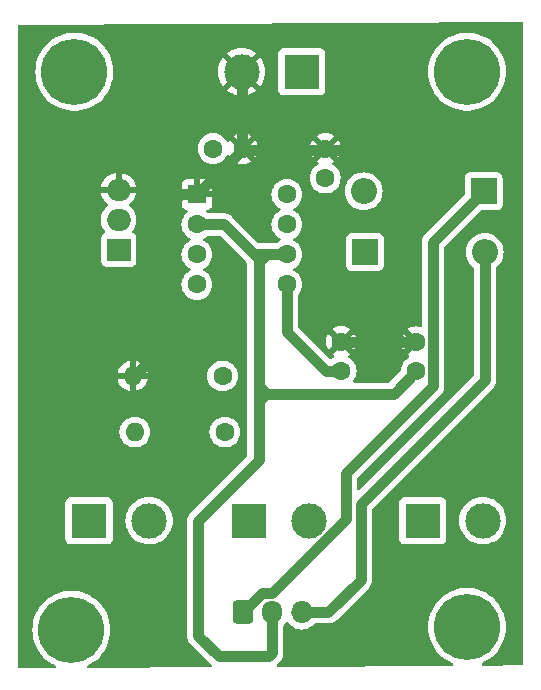
<source format=gbr>
%TF.GenerationSoftware,KiCad,Pcbnew,7.0.9*%
%TF.CreationDate,2024-03-13T22:21:00+01:00*%
%TF.ProjectId,Backlighting_PCB,4261636b-6c69-4676-9874-696e675f5043,rev?*%
%TF.SameCoordinates,Original*%
%TF.FileFunction,Copper,L1,Top*%
%TF.FilePolarity,Positive*%
%FSLAX46Y46*%
G04 Gerber Fmt 4.6, Leading zero omitted, Abs format (unit mm)*
G04 Created by KiCad (PCBNEW 7.0.9) date 2024-03-13 22:21:00*
%MOMM*%
%LPD*%
G01*
G04 APERTURE LIST*
G04 Aperture macros list*
%AMRoundRect*
0 Rectangle with rounded corners*
0 $1 Rounding radius*
0 $2 $3 $4 $5 $6 $7 $8 $9 X,Y pos of 4 corners*
0 Add a 4 corners polygon primitive as box body*
4,1,4,$2,$3,$4,$5,$6,$7,$8,$9,$2,$3,0*
0 Add four circle primitives for the rounded corners*
1,1,$1+$1,$2,$3*
1,1,$1+$1,$4,$5*
1,1,$1+$1,$6,$7*
1,1,$1+$1,$8,$9*
0 Add four rect primitives between the rounded corners*
20,1,$1+$1,$2,$3,$4,$5,0*
20,1,$1+$1,$4,$5,$6,$7,0*
20,1,$1+$1,$6,$7,$8,$9,0*
20,1,$1+$1,$8,$9,$2,$3,0*%
G04 Aperture macros list end*
%TA.AperFunction,ComponentPad*%
%ADD10C,1.600000*%
%TD*%
%TA.AperFunction,ComponentPad*%
%ADD11O,1.600000X1.600000*%
%TD*%
%TA.AperFunction,ComponentPad*%
%ADD12C,3.600000*%
%TD*%
%TA.AperFunction,ConnectorPad*%
%ADD13C,5.600000*%
%TD*%
%TA.AperFunction,ComponentPad*%
%ADD14R,2.200000X2.200000*%
%TD*%
%TA.AperFunction,ComponentPad*%
%ADD15O,2.200000X2.200000*%
%TD*%
%TA.AperFunction,ComponentPad*%
%ADD16R,3.000000X3.000000*%
%TD*%
%TA.AperFunction,ComponentPad*%
%ADD17C,3.000000*%
%TD*%
%TA.AperFunction,ComponentPad*%
%ADD18RoundRect,0.250000X-0.600000X-0.725000X0.600000X-0.725000X0.600000X0.725000X-0.600000X0.725000X0*%
%TD*%
%TA.AperFunction,ComponentPad*%
%ADD19O,1.700000X1.950000*%
%TD*%
%TA.AperFunction,ComponentPad*%
%ADD20R,2.000000X1.905000*%
%TD*%
%TA.AperFunction,ComponentPad*%
%ADD21O,2.000000X1.905000*%
%TD*%
%TA.AperFunction,ComponentPad*%
%ADD22R,1.600000X1.600000*%
%TD*%
%TA.AperFunction,Conductor*%
%ADD23C,0.889000*%
%TD*%
%TA.AperFunction,Conductor*%
%ADD24C,0.900000*%
%TD*%
G04 APERTURE END LIST*
D10*
%TO.P,R2,1*%
%TO.N,Net-(Q1-G)*%
X75060000Y-55000000D03*
D11*
%TO.P,R2,2*%
%TO.N,GND*%
X67440000Y-55000000D03*
%TD*%
D12*
%TO.P,H4,1*%
%TO.N,N/C*%
X95750000Y-76250000D03*
D13*
X95750000Y-76250000D03*
%TD*%
D10*
%TO.P,R1,1*%
%TO.N,+9V*%
X75250000Y-59750000D03*
D11*
%TO.P,R1,2*%
%TO.N,Net-(D1-A)*%
X67630000Y-59750000D03*
%TD*%
D14*
%TO.P,D1,1,K*%
%TO.N,Net-(D1-K)*%
X97155000Y-39370000D03*
D15*
%TO.P,D1,2,A*%
%TO.N,Net-(D1-A)*%
X86995000Y-39370000D03*
%TD*%
D16*
%TO.P,J32,1,Pin_1*%
%TO.N,+9V*%
X81750000Y-29250000D03*
D17*
%TO.P,J32,2,Pin_2*%
%TO.N,GND*%
X76670000Y-29250000D03*
%TD*%
D12*
%TO.P,H5,1*%
%TO.N,N/C*%
X62500000Y-29250000D03*
D13*
X62500000Y-29250000D03*
%TD*%
D18*
%TO.P,J31,1,Pin_1*%
%TO.N,Net-(D1-K)*%
X76750000Y-75000000D03*
D19*
%TO.P,J31,2,Pin_2*%
%TO.N,Net-(J31-Pin_2)*%
X79250000Y-75000000D03*
%TO.P,J31,3,Pin_3*%
%TO.N,Net-(D2-A)*%
X81750000Y-75000000D03*
%TD*%
D14*
%TO.P,D2,1,K*%
%TO.N,Net-(D1-A)*%
X87090000Y-44500000D03*
D15*
%TO.P,D2,2,A*%
%TO.N,Net-(D2-A)*%
X97250000Y-44500000D03*
%TD*%
D10*
%TO.P,C3,1*%
%TO.N,+9V*%
X83750000Y-38250000D03*
%TO.P,C3,2*%
%TO.N,GND*%
X83750000Y-35750000D03*
%TD*%
D12*
%TO.P,H6,1*%
%TO.N,N/C*%
X95750000Y-29250000D03*
D13*
X95750000Y-29250000D03*
%TD*%
D10*
%TO.P,C4,1*%
%TO.N,+9V*%
X74250000Y-35750000D03*
%TO.P,C4,2*%
%TO.N,GND*%
X76750000Y-35750000D03*
%TD*%
D16*
%TO.P,J13,1,Pin_1*%
%TO.N,+9V*%
X77250000Y-67250000D03*
D17*
%TO.P,J13,2,Pin_2*%
%TO.N,Net-(J12-Pin_2)*%
X82330000Y-67250000D03*
%TD*%
D10*
%TO.P,C1,1*%
%TO.N,Net-(J31-Pin_2)*%
X91440000Y-54610000D03*
%TO.P,C1,2*%
%TO.N,GND*%
X91440000Y-52110000D03*
%TD*%
D20*
%TO.P,Q1,1,G*%
%TO.N,Net-(Q1-G)*%
X66250000Y-44330000D03*
D21*
%TO.P,Q1,2,D*%
%TO.N,Net-(J12-Pin_2)*%
X66250000Y-41790000D03*
%TO.P,Q1,3,S*%
%TO.N,GND*%
X66250000Y-39250000D03*
%TD*%
D12*
%TO.P,H7,1*%
%TO.N,N/C*%
X62250000Y-76500000D03*
D13*
X62250000Y-76500000D03*
%TD*%
D16*
%TO.P,J14,1,Pin_1*%
%TO.N,+9V*%
X92000000Y-67250000D03*
D17*
%TO.P,J14,2,Pin_2*%
%TO.N,Net-(J12-Pin_2)*%
X97080000Y-67250000D03*
%TD*%
D10*
%TO.P,C2,1*%
%TO.N,Net-(U1-CONT)*%
X85090000Y-54590000D03*
%TO.P,C2,2*%
%TO.N,GND*%
X85090000Y-52090000D03*
%TD*%
D22*
%TO.P,U1,1,GND*%
%TO.N,GND*%
X72880000Y-39630000D03*
D10*
%TO.P,U1,2,TRIG*%
%TO.N,Net-(J31-Pin_2)*%
X72880000Y-42170000D03*
%TO.P,U1,3,OUT*%
%TO.N,Net-(Q1-G)*%
X72880000Y-44710000D03*
%TO.P,U1,4,RESET*%
%TO.N,+9V*%
X72880000Y-47250000D03*
%TO.P,U1,5,CONT*%
%TO.N,Net-(U1-CONT)*%
X80500000Y-47250000D03*
%TO.P,U1,6,THRES*%
%TO.N,Net-(J31-Pin_2)*%
X80500000Y-44710000D03*
%TO.P,U1,7,DISCH*%
%TO.N,Net-(D1-A)*%
X80500000Y-42170000D03*
%TO.P,U1,8,VCC*%
%TO.N,+9V*%
X80500000Y-39630000D03*
%TD*%
D16*
%TO.P,J12,1,Pin_1*%
%TO.N,+9V*%
X63750000Y-67250000D03*
D17*
%TO.P,J12,2,Pin_2*%
%TO.N,Net-(J12-Pin_2)*%
X68830000Y-67250000D03*
%TD*%
D23*
%TO.N,Net-(J31-Pin_2)*%
X78105000Y-45720000D02*
X78105000Y-45085000D01*
X78105000Y-57150000D02*
X78740000Y-56515000D01*
X89535000Y-56515000D02*
X91440000Y-54610000D01*
X78740000Y-56515000D02*
X89535000Y-56515000D01*
X78105000Y-56515000D02*
X78105000Y-57785000D01*
X78105000Y-45345000D02*
X78740000Y-44710000D01*
X78105000Y-52705000D02*
X78105000Y-57785000D01*
X78105000Y-62145000D02*
X73000000Y-67250000D01*
X78105000Y-55880000D02*
X78105000Y-56515000D01*
X73000000Y-77000000D02*
X74750000Y-78750000D01*
X78740000Y-44710000D02*
X80500000Y-44710000D01*
X78105000Y-52705000D02*
X78105000Y-53340000D01*
X74750000Y-78750000D02*
X79000000Y-78750000D01*
X77730000Y-44710000D02*
X78740000Y-44710000D01*
X78105000Y-45085000D02*
X77730000Y-44710000D01*
X78105000Y-57785000D02*
X78105000Y-57150000D01*
X78105000Y-45720000D02*
X78105000Y-45345000D01*
X78105000Y-52705000D02*
X78105000Y-45085000D01*
X72880000Y-42170000D02*
X75190000Y-42170000D01*
X79250000Y-78500000D02*
X79250000Y-75000000D01*
X75190000Y-42170000D02*
X77730000Y-44710000D01*
X79000000Y-78750000D02*
X79250000Y-78500000D01*
X78740000Y-56515000D02*
X78105000Y-55880000D01*
X78105000Y-57785000D02*
X78105000Y-62145000D01*
X73000000Y-67250000D02*
X73000000Y-77000000D01*
X78105000Y-56515000D02*
X78740000Y-56515000D01*
%TO.N,GND*%
X72880000Y-39630000D02*
X76670000Y-35840000D01*
X69850000Y-52705000D02*
X69850000Y-41275000D01*
X90210000Y-52110000D02*
X91440000Y-52110000D01*
X89535000Y-51435000D02*
X90210000Y-52110000D01*
X69850000Y-41275000D02*
X71495000Y-39630000D01*
X89535000Y-51435000D02*
X88880000Y-52090000D01*
X87910000Y-35840000D02*
X89535000Y-37465000D01*
X88880000Y-52090000D02*
X85090000Y-52090000D01*
X76670000Y-35840000D02*
X87910000Y-35840000D01*
X89535000Y-37465000D02*
X89535000Y-51435000D01*
X67555000Y-55000000D02*
X69850000Y-52705000D01*
X76670000Y-35840000D02*
X76670000Y-29250000D01*
X71495000Y-39630000D02*
X72880000Y-39630000D01*
X67440000Y-55000000D02*
X67555000Y-55000000D01*
%TO.N,Net-(U1-CONT)*%
X80500000Y-51290000D02*
X83800000Y-54590000D01*
X83800000Y-54590000D02*
X85090000Y-54590000D01*
X80500000Y-47250000D02*
X80500000Y-51290000D01*
D24*
%TO.N,Net-(D1-K)*%
X92890000Y-43635000D02*
X92890000Y-55860000D01*
X85500000Y-67120560D02*
X79245560Y-73375000D01*
X97155000Y-39370000D02*
X92890000Y-43635000D01*
X85500000Y-63250000D02*
X85500000Y-67120560D01*
X79245560Y-73375000D02*
X78375000Y-73375000D01*
X78375000Y-73375000D02*
X76750000Y-75000000D01*
X92890000Y-55860000D02*
X85500000Y-63250000D01*
%TO.N,Net-(D2-A)*%
X86750000Y-72250000D02*
X84000000Y-75000000D01*
X97250000Y-44500000D02*
X97250000Y-55370560D01*
D23*
X81250000Y-75000000D02*
X81830000Y-75000000D01*
D24*
X97250000Y-55370560D02*
X86750000Y-65870560D01*
X84000000Y-75000000D02*
X81750000Y-75000000D01*
X86750000Y-65870560D02*
X86750000Y-72250000D01*
%TD*%
%TA.AperFunction,Conductor*%
%TO.N,GND*%
G36*
X100442428Y-25020021D02*
G01*
X100488491Y-25072557D01*
X100500000Y-25124727D01*
X100500000Y-79376722D01*
X100480315Y-79443761D01*
X100427511Y-79489516D01*
X100376725Y-79500720D01*
X97106818Y-79519842D01*
X97039665Y-79500550D01*
X96993602Y-79448014D01*
X96983254Y-79378915D01*
X97011907Y-79315191D01*
X97054022Y-79283307D01*
X97298253Y-79170315D01*
X97604919Y-78985800D01*
X97889837Y-78769211D01*
X98149668Y-78523086D01*
X98381365Y-78250311D01*
X98582211Y-77954085D01*
X98749853Y-77637880D01*
X98882324Y-77305403D01*
X98978071Y-76960552D01*
X99035972Y-76607371D01*
X99055348Y-76250000D01*
X99035972Y-75892629D01*
X99033569Y-75877974D01*
X98978073Y-75539460D01*
X98978072Y-75539459D01*
X98978071Y-75539448D01*
X98882324Y-75194597D01*
X98749853Y-74862120D01*
X98582211Y-74545915D01*
X98381365Y-74249689D01*
X98381361Y-74249684D01*
X98381358Y-74249680D01*
X98149668Y-73976914D01*
X98097626Y-73927617D01*
X97889837Y-73730789D01*
X97889830Y-73730783D01*
X97889827Y-73730781D01*
X97719231Y-73601098D01*
X97604919Y-73514200D01*
X97298253Y-73329685D01*
X97298252Y-73329684D01*
X97298248Y-73329682D01*
X97298244Y-73329680D01*
X96973447Y-73179414D01*
X96973441Y-73179411D01*
X96973435Y-73179409D01*
X96803854Y-73122270D01*
X96634273Y-73065131D01*
X96284744Y-72988194D01*
X95928949Y-72949500D01*
X95928948Y-72949500D01*
X95571052Y-72949500D01*
X95571050Y-72949500D01*
X95215255Y-72988194D01*
X94865726Y-73065131D01*
X94609970Y-73151306D01*
X94526565Y-73179409D01*
X94526563Y-73179410D01*
X94526552Y-73179414D01*
X94201755Y-73329680D01*
X94201751Y-73329682D01*
X94036003Y-73429410D01*
X93895081Y-73514200D01*
X93808944Y-73579680D01*
X93610172Y-73730781D01*
X93610163Y-73730789D01*
X93350331Y-73976914D01*
X93118641Y-74249680D01*
X93118634Y-74249690D01*
X92917790Y-74545913D01*
X92917784Y-74545922D01*
X92750151Y-74862111D01*
X92750142Y-74862129D01*
X92617674Y-75194600D01*
X92617672Y-75194607D01*
X92521932Y-75539434D01*
X92521926Y-75539460D01*
X92464029Y-75892614D01*
X92464028Y-75892627D01*
X92464028Y-75892629D01*
X92460890Y-75950500D01*
X92444652Y-76249997D01*
X92444652Y-76250002D01*
X92464028Y-76607368D01*
X92464029Y-76607385D01*
X92521926Y-76960539D01*
X92521932Y-76960565D01*
X92617672Y-77305392D01*
X92617674Y-77305399D01*
X92750142Y-77637870D01*
X92750151Y-77637888D01*
X92917784Y-77954077D01*
X92917790Y-77954086D01*
X93118634Y-78250309D01*
X93118641Y-78250319D01*
X93350331Y-78523085D01*
X93350332Y-78523086D01*
X93610163Y-78769211D01*
X93895081Y-78985800D01*
X94201747Y-79170315D01*
X94479828Y-79298968D01*
X94532405Y-79344982D01*
X94551759Y-79412117D01*
X94531745Y-79479059D01*
X94478717Y-79524553D01*
X94428486Y-79535505D01*
X79771465Y-79621218D01*
X79704312Y-79601926D01*
X79658249Y-79549390D01*
X79647901Y-79480291D01*
X79676554Y-79416567D01*
X79684207Y-79408905D01*
X79688455Y-79404435D01*
X79688461Y-79404431D01*
X79708191Y-79378940D01*
X79713362Y-79373068D01*
X79909763Y-79176668D01*
X79970724Y-79118721D01*
X80003760Y-79071254D01*
X80006574Y-79067522D01*
X80043117Y-79022708D01*
X80058044Y-78994129D01*
X80062098Y-78987437D01*
X80080518Y-78960975D01*
X80103321Y-78907834D01*
X80105327Y-78903609D01*
X80132102Y-78852355D01*
X80140971Y-78821354D01*
X80143591Y-78813995D01*
X80156311Y-78784357D01*
X80167956Y-78727690D01*
X80169067Y-78723167D01*
X80184974Y-78667577D01*
X80187421Y-78635436D01*
X80188509Y-78627679D01*
X80195000Y-78596097D01*
X80195000Y-78538279D01*
X80195179Y-78533569D01*
X80195978Y-78523085D01*
X80199568Y-78475937D01*
X80195496Y-78443967D01*
X80195000Y-78436136D01*
X80195000Y-76141258D01*
X80214685Y-76074219D01*
X80231314Y-76053581D01*
X80288495Y-75996401D01*
X80398426Y-75839401D01*
X80453001Y-75795778D01*
X80522500Y-75788584D01*
X80584855Y-75820106D01*
X80601571Y-75839398D01*
X80656985Y-75918538D01*
X80711506Y-75996403D01*
X80805000Y-76089896D01*
X80878599Y-76163495D01*
X80921675Y-76193657D01*
X81072165Y-76299032D01*
X81072167Y-76299033D01*
X81072170Y-76299035D01*
X81286337Y-76398903D01*
X81514592Y-76460063D01*
X81691034Y-76475500D01*
X81749999Y-76480659D01*
X81750000Y-76480659D01*
X81750001Y-76480659D01*
X81808966Y-76475500D01*
X81985408Y-76460063D01*
X82213663Y-76398903D01*
X82427829Y-76299035D01*
X82621401Y-76163495D01*
X82788495Y-75996401D01*
X82788498Y-75996396D01*
X82789842Y-75994796D01*
X82790615Y-75994281D01*
X82792324Y-75992573D01*
X82792667Y-75992916D01*
X82848013Y-75956093D01*
X82884833Y-75950500D01*
X83987937Y-75950500D01*
X84072539Y-75952644D01*
X84072539Y-75952643D01*
X84072546Y-75952644D01*
X84129818Y-75942378D01*
X84134432Y-75941731D01*
X84192321Y-75935845D01*
X84223286Y-75926128D01*
X84230886Y-75924263D01*
X84262828Y-75918539D01*
X84316830Y-75896967D01*
X84321267Y-75895387D01*
X84330105Y-75892614D01*
X84376768Y-75877974D01*
X84405134Y-75862228D01*
X84412214Y-75858866D01*
X84442348Y-75846830D01*
X84490917Y-75814818D01*
X84494926Y-75812389D01*
X84545791Y-75784159D01*
X84570408Y-75763023D01*
X84576672Y-75758301D01*
X84603759Y-75740451D01*
X84644906Y-75699302D01*
X84648325Y-75696134D01*
X84692468Y-75658240D01*
X84712328Y-75632581D01*
X84717499Y-75626709D01*
X87413582Y-72930627D01*
X87474919Y-72872323D01*
X87508161Y-72824562D01*
X87510962Y-72820846D01*
X87547734Y-72775751D01*
X87562752Y-72746998D01*
X87566822Y-72740282D01*
X87583192Y-72716762D01*
X87585353Y-72713658D01*
X87608296Y-72660190D01*
X87610305Y-72655959D01*
X87637236Y-72604406D01*
X87646160Y-72573216D01*
X87648787Y-72565836D01*
X87661587Y-72536012D01*
X87673299Y-72479011D01*
X87674410Y-72474485D01*
X87690416Y-72418552D01*
X87692879Y-72386195D01*
X87693965Y-72378449D01*
X87700500Y-72346656D01*
X87700500Y-72288493D01*
X87700679Y-72283783D01*
X87705095Y-72225797D01*
X87700996Y-72193615D01*
X87700500Y-72185784D01*
X87700500Y-68797870D01*
X89999500Y-68797870D01*
X89999501Y-68797876D01*
X90005908Y-68857483D01*
X90056202Y-68992328D01*
X90056206Y-68992335D01*
X90142452Y-69107544D01*
X90142455Y-69107547D01*
X90257664Y-69193793D01*
X90257671Y-69193797D01*
X90392517Y-69244091D01*
X90392516Y-69244091D01*
X90399444Y-69244835D01*
X90452127Y-69250500D01*
X93547872Y-69250499D01*
X93607483Y-69244091D01*
X93742331Y-69193796D01*
X93857546Y-69107546D01*
X93943796Y-68992331D01*
X93994091Y-68857483D01*
X94000500Y-68797873D01*
X94000500Y-67250001D01*
X95074390Y-67250001D01*
X95094804Y-67535433D01*
X95155628Y-67815037D01*
X95255635Y-68083166D01*
X95392770Y-68334309D01*
X95392775Y-68334317D01*
X95564254Y-68563387D01*
X95564270Y-68563405D01*
X95766594Y-68765729D01*
X95766612Y-68765745D01*
X95995682Y-68937224D01*
X95995690Y-68937229D01*
X96246833Y-69074364D01*
X96246832Y-69074364D01*
X96246836Y-69074365D01*
X96246839Y-69074367D01*
X96514954Y-69174369D01*
X96514960Y-69174370D01*
X96514962Y-69174371D01*
X96794566Y-69235195D01*
X96794568Y-69235195D01*
X96794572Y-69235196D01*
X97048220Y-69253337D01*
X97079999Y-69255610D01*
X97080000Y-69255610D01*
X97080001Y-69255610D01*
X97108595Y-69253564D01*
X97365428Y-69235196D01*
X97555742Y-69193796D01*
X97645037Y-69174371D01*
X97645037Y-69174370D01*
X97645046Y-69174369D01*
X97913161Y-69074367D01*
X98164315Y-68937226D01*
X98393395Y-68765739D01*
X98595739Y-68563395D01*
X98767226Y-68334315D01*
X98904367Y-68083161D01*
X99004369Y-67815046D01*
X99065196Y-67535428D01*
X99085610Y-67250000D01*
X99065196Y-66964572D01*
X99057376Y-66928626D01*
X99004371Y-66684962D01*
X99004370Y-66684960D01*
X99004369Y-66684954D01*
X98904367Y-66416839D01*
X98849102Y-66315630D01*
X98767229Y-66165690D01*
X98767224Y-66165682D01*
X98595745Y-65936612D01*
X98595729Y-65936594D01*
X98393405Y-65734270D01*
X98393387Y-65734254D01*
X98164317Y-65562775D01*
X98164309Y-65562770D01*
X97913166Y-65425635D01*
X97913167Y-65425635D01*
X97805915Y-65385632D01*
X97645046Y-65325631D01*
X97645043Y-65325630D01*
X97645037Y-65325628D01*
X97365433Y-65264804D01*
X97080001Y-65244390D01*
X97079999Y-65244390D01*
X96794566Y-65264804D01*
X96514962Y-65325628D01*
X96246833Y-65425635D01*
X95995690Y-65562770D01*
X95995682Y-65562775D01*
X95766612Y-65734254D01*
X95766594Y-65734270D01*
X95564270Y-65936594D01*
X95564254Y-65936612D01*
X95392775Y-66165682D01*
X95392770Y-66165690D01*
X95255635Y-66416833D01*
X95155628Y-66684962D01*
X95094804Y-66964566D01*
X95074390Y-67249998D01*
X95074390Y-67250001D01*
X94000500Y-67250001D01*
X94000499Y-65702128D01*
X93994091Y-65642517D01*
X93964347Y-65562770D01*
X93943797Y-65507671D01*
X93943793Y-65507664D01*
X93857547Y-65392455D01*
X93857544Y-65392452D01*
X93742335Y-65306206D01*
X93742328Y-65306202D01*
X93607482Y-65255908D01*
X93607483Y-65255908D01*
X93547883Y-65249501D01*
X93547881Y-65249500D01*
X93547873Y-65249500D01*
X93547864Y-65249500D01*
X90452129Y-65249500D01*
X90452123Y-65249501D01*
X90392516Y-65255908D01*
X90257671Y-65306202D01*
X90257664Y-65306206D01*
X90142455Y-65392452D01*
X90142452Y-65392455D01*
X90056206Y-65507664D01*
X90056202Y-65507671D01*
X90005908Y-65642517D01*
X89999501Y-65702116D01*
X89999501Y-65702123D01*
X89999500Y-65702135D01*
X89999500Y-68797870D01*
X87700500Y-68797870D01*
X87700500Y-66315630D01*
X87720185Y-66248591D01*
X87736814Y-66227954D01*
X97913561Y-56051207D01*
X97974919Y-55992883D01*
X98008148Y-55945139D01*
X98010987Y-55941375D01*
X98047734Y-55896311D01*
X98062755Y-55867553D01*
X98066815Y-55860850D01*
X98085353Y-55834218D01*
X98108296Y-55780750D01*
X98110305Y-55776519D01*
X98137236Y-55724966D01*
X98146160Y-55693776D01*
X98148787Y-55686396D01*
X98161587Y-55656572D01*
X98173299Y-55599571D01*
X98174410Y-55595045D01*
X98190416Y-55539112D01*
X98190559Y-55537243D01*
X98191774Y-55521275D01*
X98192878Y-55506766D01*
X98193968Y-55498994D01*
X98200500Y-55467216D01*
X98200500Y-55409043D01*
X98200679Y-55404334D01*
X98205094Y-55346359D01*
X98204761Y-55343747D01*
X98203615Y-55334748D01*
X98200997Y-55314183D01*
X98200500Y-55306344D01*
X98200500Y-45850157D01*
X98220185Y-45783118D01*
X98243965Y-45755869D01*
X98385224Y-45635224D01*
X98548836Y-45443659D01*
X98680466Y-45228859D01*
X98776873Y-44996111D01*
X98835683Y-44751148D01*
X98855449Y-44500000D01*
X98835683Y-44248852D01*
X98776873Y-44003889D01*
X98680466Y-43771141D01*
X98680466Y-43771140D01*
X98548839Y-43556346D01*
X98548838Y-43556343D01*
X98472060Y-43466448D01*
X98385224Y-43364776D01*
X98226305Y-43229046D01*
X98193656Y-43201161D01*
X98193653Y-43201160D01*
X97978859Y-43069533D01*
X97746110Y-42973126D01*
X97501151Y-42914317D01*
X97250000Y-42894551D01*
X96998848Y-42914317D01*
X96753889Y-42973126D01*
X96521140Y-43069533D01*
X96306346Y-43201160D01*
X96306343Y-43201161D01*
X96114776Y-43364776D01*
X95951161Y-43556343D01*
X95951160Y-43556346D01*
X95819533Y-43771140D01*
X95723126Y-44003889D01*
X95664317Y-44248848D01*
X95644551Y-44500000D01*
X95664317Y-44751151D01*
X95723126Y-44996110D01*
X95819533Y-45228859D01*
X95951160Y-45443653D01*
X95951161Y-45443656D01*
X96041252Y-45549139D01*
X96114776Y-45635224D01*
X96256032Y-45755868D01*
X96294225Y-45814373D01*
X96299500Y-45850157D01*
X96299500Y-54925488D01*
X96279815Y-54992527D01*
X96263181Y-55013169D01*
X86662181Y-64614169D01*
X86600858Y-64647654D01*
X86531166Y-64642670D01*
X86475233Y-64600798D01*
X86450816Y-64535334D01*
X86450500Y-64526488D01*
X86450500Y-63695071D01*
X86470185Y-63628032D01*
X86486814Y-63607395D01*
X93553582Y-56540627D01*
X93614919Y-56482323D01*
X93648161Y-56434562D01*
X93650962Y-56430846D01*
X93687734Y-56385751D01*
X93702752Y-56356998D01*
X93706822Y-56350282D01*
X93714940Y-56338617D01*
X93725353Y-56323658D01*
X93748301Y-56270179D01*
X93750300Y-56265969D01*
X93777236Y-56214406D01*
X93786157Y-56183230D01*
X93788792Y-56175828D01*
X93801587Y-56146011D01*
X93813295Y-56089039D01*
X93814419Y-56084460D01*
X93823934Y-56051207D01*
X93830417Y-56028552D01*
X93832880Y-55996195D01*
X93833967Y-55988437D01*
X93840500Y-55956656D01*
X93840500Y-55898496D01*
X93840679Y-55893787D01*
X93845095Y-55835797D01*
X93844894Y-55834218D01*
X93840996Y-55803615D01*
X93840500Y-55795784D01*
X93840500Y-44080071D01*
X93860185Y-44013032D01*
X93876814Y-43992395D01*
X96862391Y-41006817D01*
X96923714Y-40973333D01*
X96950072Y-40970499D01*
X98302871Y-40970499D01*
X98302872Y-40970499D01*
X98362483Y-40964091D01*
X98497331Y-40913796D01*
X98612546Y-40827546D01*
X98698796Y-40712331D01*
X98749091Y-40577483D01*
X98755500Y-40517873D01*
X98755499Y-38222128D01*
X98749091Y-38162517D01*
X98715017Y-38071161D01*
X98698797Y-38027671D01*
X98698793Y-38027664D01*
X98612547Y-37912455D01*
X98612544Y-37912452D01*
X98497335Y-37826206D01*
X98497328Y-37826202D01*
X98362482Y-37775908D01*
X98362483Y-37775908D01*
X98302883Y-37769501D01*
X98302881Y-37769500D01*
X98302873Y-37769500D01*
X98302864Y-37769500D01*
X96007129Y-37769500D01*
X96007123Y-37769501D01*
X95947516Y-37775908D01*
X95812671Y-37826202D01*
X95812664Y-37826206D01*
X95697455Y-37912452D01*
X95697452Y-37912455D01*
X95611206Y-38027664D01*
X95611202Y-38027671D01*
X95560908Y-38162517D01*
X95554501Y-38222116D01*
X95554501Y-38222123D01*
X95554500Y-38222135D01*
X95554500Y-39574926D01*
X95534815Y-39641965D01*
X95518181Y-39662607D01*
X92226417Y-42954372D01*
X92165084Y-43012672D01*
X92165082Y-43012675D01*
X92131855Y-43060411D01*
X92129020Y-43064172D01*
X92092265Y-43109250D01*
X92077248Y-43137998D01*
X92073179Y-43144714D01*
X92054646Y-43171342D01*
X92054646Y-43171343D01*
X92031711Y-43224789D01*
X92029689Y-43229046D01*
X92002764Y-43280591D01*
X92002762Y-43280595D01*
X91993839Y-43311776D01*
X91991206Y-43319172D01*
X91978412Y-43348987D01*
X91978412Y-43348988D01*
X91966703Y-43405960D01*
X91965580Y-43410534D01*
X91949583Y-43466448D01*
X91949581Y-43466454D01*
X91947120Y-43498791D01*
X91946029Y-43506572D01*
X91939500Y-43538343D01*
X91939500Y-43596502D01*
X91939321Y-43601211D01*
X91934904Y-43659201D01*
X91936804Y-43674120D01*
X91939003Y-43691385D01*
X91939500Y-43699214D01*
X91939500Y-50736380D01*
X91919815Y-50803419D01*
X91867011Y-50849174D01*
X91797853Y-50859118D01*
X91783407Y-50856155D01*
X91666610Y-50824860D01*
X91666599Y-50824858D01*
X91440002Y-50805034D01*
X91439998Y-50805034D01*
X91213400Y-50824858D01*
X91213389Y-50824860D01*
X90993682Y-50883730D01*
X90993673Y-50883734D01*
X90787513Y-50979868D01*
X90714526Y-51030973D01*
X91395599Y-51712046D01*
X91314852Y-51724835D01*
X91201955Y-51782359D01*
X91112359Y-51871955D01*
X91054835Y-51984852D01*
X91042046Y-52065599D01*
X90360973Y-51384526D01*
X90360972Y-51384527D01*
X90309868Y-51457513D01*
X90213734Y-51663673D01*
X90213730Y-51663682D01*
X90154860Y-51883389D01*
X90154858Y-51883400D01*
X90135034Y-52109997D01*
X90135034Y-52110002D01*
X90154858Y-52336599D01*
X90154860Y-52336610D01*
X90213730Y-52556317D01*
X90213734Y-52556326D01*
X90309865Y-52762481D01*
X90309866Y-52762483D01*
X90360973Y-52835471D01*
X90360974Y-52835472D01*
X91042046Y-52154399D01*
X91054835Y-52235148D01*
X91112359Y-52348045D01*
X91201955Y-52437641D01*
X91314852Y-52495165D01*
X91395597Y-52507953D01*
X90714526Y-53189025D01*
X90714526Y-53189026D01*
X90787512Y-53240131D01*
X90787515Y-53240132D01*
X90802974Y-53247341D01*
X90855414Y-53293513D01*
X90874567Y-53360706D01*
X90854352Y-53427587D01*
X90802978Y-53472105D01*
X90787269Y-53479430D01*
X90787265Y-53479432D01*
X90600858Y-53609954D01*
X90439954Y-53770858D01*
X90309432Y-53957265D01*
X90309431Y-53957267D01*
X90213261Y-54163502D01*
X90213258Y-54163511D01*
X90154366Y-54383302D01*
X90154364Y-54383312D01*
X90141433Y-54531107D01*
X90115980Y-54596176D01*
X90105586Y-54607980D01*
X89179888Y-55533681D01*
X89118565Y-55567166D01*
X89092207Y-55570000D01*
X86229616Y-55570000D01*
X86162577Y-55550315D01*
X86116822Y-55497511D01*
X86106878Y-55428353D01*
X86128041Y-55374877D01*
X86220568Y-55242734D01*
X86316739Y-55036496D01*
X86375635Y-54816692D01*
X86395468Y-54590000D01*
X86375635Y-54363308D01*
X86316739Y-54143504D01*
X86220568Y-53937266D01*
X86090047Y-53750861D01*
X86090045Y-53750858D01*
X85929141Y-53589954D01*
X85742734Y-53459432D01*
X85742730Y-53459430D01*
X85727022Y-53452105D01*
X85674583Y-53405931D01*
X85655433Y-53338737D01*
X85675650Y-53271857D01*
X85727028Y-53227340D01*
X85742481Y-53220134D01*
X85815472Y-53169025D01*
X85134401Y-52487953D01*
X85215148Y-52475165D01*
X85328045Y-52417641D01*
X85417641Y-52328045D01*
X85475165Y-52215148D01*
X85487953Y-52134400D01*
X86169025Y-52815472D01*
X86220136Y-52742478D01*
X86316264Y-52536331D01*
X86316269Y-52536317D01*
X86375139Y-52316610D01*
X86375141Y-52316599D01*
X86394966Y-52090002D01*
X86394966Y-52089997D01*
X86375141Y-51863400D01*
X86375139Y-51863389D01*
X86316269Y-51643682D01*
X86316265Y-51643673D01*
X86220133Y-51437516D01*
X86220131Y-51437512D01*
X86169026Y-51364526D01*
X86169025Y-51364526D01*
X85487953Y-52045598D01*
X85475165Y-51964852D01*
X85417641Y-51851955D01*
X85328045Y-51762359D01*
X85215148Y-51704835D01*
X85134400Y-51692046D01*
X85815472Y-51010974D01*
X85815471Y-51010973D01*
X85742483Y-50959866D01*
X85742481Y-50959865D01*
X85536326Y-50863734D01*
X85536317Y-50863730D01*
X85316610Y-50804860D01*
X85316599Y-50804858D01*
X85090002Y-50785034D01*
X85089998Y-50785034D01*
X84863400Y-50804858D01*
X84863389Y-50804860D01*
X84643682Y-50863730D01*
X84643673Y-50863734D01*
X84437513Y-50959868D01*
X84364527Y-51010972D01*
X84364526Y-51010973D01*
X85045600Y-51692046D01*
X84964852Y-51704835D01*
X84851955Y-51762359D01*
X84762359Y-51851955D01*
X84704835Y-51964852D01*
X84692046Y-52045599D01*
X84010973Y-51364526D01*
X84010972Y-51364527D01*
X83959868Y-51437513D01*
X83863734Y-51643673D01*
X83863730Y-51643682D01*
X83804860Y-51863389D01*
X83804858Y-51863400D01*
X83785034Y-52089997D01*
X83785034Y-52090002D01*
X83804858Y-52316599D01*
X83804860Y-52316610D01*
X83863730Y-52536317D01*
X83863734Y-52536326D01*
X83959865Y-52742481D01*
X83959866Y-52742483D01*
X84010973Y-52815471D01*
X84010974Y-52815472D01*
X84692046Y-52134399D01*
X84704835Y-52215148D01*
X84762359Y-52328045D01*
X84851955Y-52417641D01*
X84964852Y-52475165D01*
X85045599Y-52487953D01*
X84364526Y-53169025D01*
X84364526Y-53169026D01*
X84437512Y-53220131D01*
X84437515Y-53220132D01*
X84452974Y-53227341D01*
X84505414Y-53273513D01*
X84524567Y-53340706D01*
X84504352Y-53407587D01*
X84452978Y-53452105D01*
X84437269Y-53459430D01*
X84437265Y-53459432D01*
X84268761Y-53577419D01*
X84202554Y-53599746D01*
X84134787Y-53582735D01*
X84109957Y-53563525D01*
X81481319Y-50934887D01*
X81447834Y-50873564D01*
X81445000Y-50847206D01*
X81445000Y-48195548D01*
X81464685Y-48128509D01*
X81481321Y-48107865D01*
X81500046Y-48089140D01*
X81500047Y-48089139D01*
X81630568Y-47902734D01*
X81726739Y-47696496D01*
X81785635Y-47476692D01*
X81805468Y-47250000D01*
X81785635Y-47023308D01*
X81726739Y-46803504D01*
X81630568Y-46597266D01*
X81500047Y-46410861D01*
X81500045Y-46410858D01*
X81339141Y-46249954D01*
X81152734Y-46119432D01*
X81152728Y-46119429D01*
X81094725Y-46092382D01*
X81042285Y-46046210D01*
X81023133Y-45979017D01*
X81043348Y-45912135D01*
X81094725Y-45867618D01*
X81152734Y-45840568D01*
X81339139Y-45710047D01*
X81401316Y-45647870D01*
X85489500Y-45647870D01*
X85489501Y-45647876D01*
X85495908Y-45707483D01*
X85546202Y-45842328D01*
X85546206Y-45842335D01*
X85632452Y-45957544D01*
X85632455Y-45957547D01*
X85747664Y-46043793D01*
X85747671Y-46043797D01*
X85882517Y-46094091D01*
X85882516Y-46094091D01*
X85889444Y-46094835D01*
X85942127Y-46100500D01*
X88237872Y-46100499D01*
X88297483Y-46094091D01*
X88432331Y-46043796D01*
X88547546Y-45957546D01*
X88633796Y-45842331D01*
X88684091Y-45707483D01*
X88690500Y-45647873D01*
X88690499Y-43352128D01*
X88684091Y-43292517D01*
X88679644Y-43280595D01*
X88633797Y-43157671D01*
X88633793Y-43157664D01*
X88547547Y-43042455D01*
X88547544Y-43042452D01*
X88432335Y-42956206D01*
X88432328Y-42956202D01*
X88297482Y-42905908D01*
X88297483Y-42905908D01*
X88237883Y-42899501D01*
X88237881Y-42899500D01*
X88237873Y-42899500D01*
X88237864Y-42899500D01*
X85942129Y-42899500D01*
X85942123Y-42899501D01*
X85882516Y-42905908D01*
X85747671Y-42956202D01*
X85747664Y-42956206D01*
X85632455Y-43042452D01*
X85632452Y-43042455D01*
X85546206Y-43157664D01*
X85546202Y-43157671D01*
X85495908Y-43292517D01*
X85489837Y-43348988D01*
X85489501Y-43352123D01*
X85489500Y-43352135D01*
X85489500Y-45647870D01*
X81401316Y-45647870D01*
X81500047Y-45549139D01*
X81630568Y-45362734D01*
X81726739Y-45156496D01*
X81785635Y-44936692D01*
X81805468Y-44710000D01*
X81785635Y-44483308D01*
X81726739Y-44263504D01*
X81630568Y-44057266D01*
X81500047Y-43870861D01*
X81500045Y-43870858D01*
X81339141Y-43709954D01*
X81152734Y-43579432D01*
X81152728Y-43579429D01*
X81103226Y-43556346D01*
X81094724Y-43552381D01*
X81042285Y-43506210D01*
X81023133Y-43439017D01*
X81043348Y-43372135D01*
X81094725Y-43327618D01*
X81152734Y-43300568D01*
X81339139Y-43170047D01*
X81500047Y-43009139D01*
X81630568Y-42822734D01*
X81726739Y-42616496D01*
X81785635Y-42396692D01*
X81805468Y-42170000D01*
X81785635Y-41943308D01*
X81726739Y-41723504D01*
X81630568Y-41517266D01*
X81518973Y-41357890D01*
X81500045Y-41330858D01*
X81339141Y-41169954D01*
X81152734Y-41039432D01*
X81152728Y-41039429D01*
X81094725Y-41012382D01*
X81042285Y-40966210D01*
X81023133Y-40899017D01*
X81043348Y-40832135D01*
X81094725Y-40787618D01*
X81095643Y-40787190D01*
X81152734Y-40760568D01*
X81339139Y-40630047D01*
X81500047Y-40469139D01*
X81630568Y-40282734D01*
X81726739Y-40076496D01*
X81785635Y-39856692D01*
X81805468Y-39630000D01*
X81785635Y-39403308D01*
X81726739Y-39183504D01*
X81630568Y-38977266D01*
X81500047Y-38790861D01*
X81500045Y-38790858D01*
X81339141Y-38629954D01*
X81152734Y-38499432D01*
X81152732Y-38499431D01*
X80946497Y-38403261D01*
X80946488Y-38403258D01*
X80726697Y-38344366D01*
X80726693Y-38344365D01*
X80726692Y-38344365D01*
X80726691Y-38344364D01*
X80726686Y-38344364D01*
X80500002Y-38324532D01*
X80499998Y-38324532D01*
X80273313Y-38344364D01*
X80273302Y-38344366D01*
X80053511Y-38403258D01*
X80053502Y-38403261D01*
X79847267Y-38499431D01*
X79847265Y-38499432D01*
X79660858Y-38629954D01*
X79499954Y-38790858D01*
X79369432Y-38977265D01*
X79369431Y-38977267D01*
X79273261Y-39183502D01*
X79273258Y-39183511D01*
X79214366Y-39403302D01*
X79214364Y-39403313D01*
X79194532Y-39629998D01*
X79194532Y-39630001D01*
X79214364Y-39856686D01*
X79214366Y-39856697D01*
X79273258Y-40076488D01*
X79273261Y-40076497D01*
X79369431Y-40282732D01*
X79369432Y-40282734D01*
X79499954Y-40469141D01*
X79660858Y-40630045D01*
X79674290Y-40639450D01*
X79847266Y-40760568D01*
X79904357Y-40787190D01*
X79905275Y-40787618D01*
X79957714Y-40833791D01*
X79976866Y-40900984D01*
X79956650Y-40967865D01*
X79905275Y-41012382D01*
X79847267Y-41039431D01*
X79847265Y-41039432D01*
X79660858Y-41169954D01*
X79499954Y-41330858D01*
X79369432Y-41517265D01*
X79369431Y-41517267D01*
X79273261Y-41723502D01*
X79273258Y-41723511D01*
X79214366Y-41943302D01*
X79214364Y-41943313D01*
X79194532Y-42169998D01*
X79194532Y-42170001D01*
X79214364Y-42396686D01*
X79214366Y-42396697D01*
X79273258Y-42616488D01*
X79273261Y-42616497D01*
X79369431Y-42822732D01*
X79369432Y-42822734D01*
X79499954Y-43009141D01*
X79660858Y-43170045D01*
X79660861Y-43170047D01*
X79847266Y-43300568D01*
X79905275Y-43327618D01*
X79957714Y-43373791D01*
X79976866Y-43440984D01*
X79956650Y-43507865D01*
X79905275Y-43552381D01*
X79896780Y-43556343D01*
X79847267Y-43579431D01*
X79847265Y-43579432D01*
X79660858Y-43709954D01*
X79642132Y-43728681D01*
X79580809Y-43762166D01*
X79554451Y-43765000D01*
X78751963Y-43765000D01*
X78667875Y-43762868D01*
X78666840Y-43763054D01*
X78644958Y-43765000D01*
X78172793Y-43765000D01*
X78105754Y-43745315D01*
X78085112Y-43728681D01*
X75866687Y-41510256D01*
X75808721Y-41449276D01*
X75808718Y-41449273D01*
X75761262Y-41416244D01*
X75757498Y-41413405D01*
X75712710Y-41376885D01*
X75712711Y-41376885D01*
X75712708Y-41376883D01*
X75684135Y-41361957D01*
X75677422Y-41357890D01*
X75650975Y-41339482D01*
X75650973Y-41339481D01*
X75650968Y-41339478D01*
X75597843Y-41316680D01*
X75593587Y-41314659D01*
X75542354Y-41287897D01*
X75511369Y-41279030D01*
X75503970Y-41276396D01*
X75474360Y-41263689D01*
X75417735Y-41252052D01*
X75413158Y-41250929D01*
X75357580Y-41235026D01*
X75325446Y-41232578D01*
X75317667Y-41231487D01*
X75286098Y-41225000D01*
X75286097Y-41225000D01*
X75228279Y-41225000D01*
X75223571Y-41224821D01*
X75217700Y-41224374D01*
X75165937Y-41220431D01*
X75147210Y-41222816D01*
X75133965Y-41224503D01*
X75126135Y-41225000D01*
X73825549Y-41225000D01*
X73758510Y-41205315D01*
X73737868Y-41188681D01*
X73719143Y-41169956D01*
X73693912Y-41152289D01*
X73650287Y-41097712D01*
X73643095Y-41028213D01*
X73674617Y-40965859D01*
X73734847Y-40930445D01*
X73751781Y-40927424D01*
X73787380Y-40923596D01*
X73922086Y-40873354D01*
X73922093Y-40873350D01*
X74037187Y-40787190D01*
X74037190Y-40787187D01*
X74123350Y-40672093D01*
X74123354Y-40672086D01*
X74173596Y-40537379D01*
X74173598Y-40537372D01*
X74179999Y-40477844D01*
X74180000Y-40477827D01*
X74180000Y-39880000D01*
X73313686Y-39880000D01*
X73339493Y-39839844D01*
X73380000Y-39701889D01*
X73380000Y-39558111D01*
X73339493Y-39420156D01*
X73313686Y-39380000D01*
X74180000Y-39380000D01*
X74180000Y-38782172D01*
X74179999Y-38782155D01*
X74173598Y-38722627D01*
X74173596Y-38722620D01*
X74123354Y-38587913D01*
X74123350Y-38587906D01*
X74037190Y-38472812D01*
X74037187Y-38472809D01*
X73922093Y-38386649D01*
X73922086Y-38386645D01*
X73787379Y-38336403D01*
X73787372Y-38336401D01*
X73727844Y-38330000D01*
X73130000Y-38330000D01*
X73130000Y-39194498D01*
X73022315Y-39145320D01*
X72915763Y-39130000D01*
X72844237Y-39130000D01*
X72737685Y-39145320D01*
X72630000Y-39194498D01*
X72630000Y-38330000D01*
X72032155Y-38330000D01*
X71972627Y-38336401D01*
X71972620Y-38336403D01*
X71837913Y-38386645D01*
X71837906Y-38386649D01*
X71722812Y-38472809D01*
X71722809Y-38472812D01*
X71636649Y-38587906D01*
X71636645Y-38587913D01*
X71586403Y-38722620D01*
X71586401Y-38722627D01*
X71580000Y-38782155D01*
X71580000Y-39380000D01*
X72446314Y-39380000D01*
X72420507Y-39420156D01*
X72380000Y-39558111D01*
X72380000Y-39701889D01*
X72420507Y-39839844D01*
X72446314Y-39880000D01*
X71580000Y-39880000D01*
X71580000Y-40477844D01*
X71586401Y-40537372D01*
X71586403Y-40537379D01*
X71636645Y-40672086D01*
X71636649Y-40672093D01*
X71722809Y-40787187D01*
X71722812Y-40787190D01*
X71837906Y-40873350D01*
X71837913Y-40873354D01*
X71972620Y-40923596D01*
X71972627Y-40923598D01*
X72008218Y-40927425D01*
X72072769Y-40954163D01*
X72112618Y-41011555D01*
X72115111Y-41081380D01*
X72079459Y-41141469D01*
X72066088Y-41152287D01*
X72040861Y-41169951D01*
X71879954Y-41330858D01*
X71749432Y-41517265D01*
X71749431Y-41517267D01*
X71653261Y-41723502D01*
X71653258Y-41723511D01*
X71594366Y-41943302D01*
X71594364Y-41943313D01*
X71574532Y-42169998D01*
X71574532Y-42170001D01*
X71594364Y-42396686D01*
X71594366Y-42396697D01*
X71653258Y-42616488D01*
X71653261Y-42616497D01*
X71749431Y-42822732D01*
X71749432Y-42822734D01*
X71879954Y-43009141D01*
X72040858Y-43170045D01*
X72040861Y-43170047D01*
X72227266Y-43300568D01*
X72285275Y-43327618D01*
X72337714Y-43373791D01*
X72356866Y-43440984D01*
X72336650Y-43507865D01*
X72285275Y-43552381D01*
X72276780Y-43556343D01*
X72227267Y-43579431D01*
X72227265Y-43579432D01*
X72040858Y-43709954D01*
X71879954Y-43870858D01*
X71749432Y-44057265D01*
X71749431Y-44057267D01*
X71653261Y-44263502D01*
X71653258Y-44263511D01*
X71594366Y-44483302D01*
X71594364Y-44483313D01*
X71574532Y-44709998D01*
X71574532Y-44710001D01*
X71594364Y-44936686D01*
X71594366Y-44936697D01*
X71653258Y-45156488D01*
X71653261Y-45156497D01*
X71749431Y-45362732D01*
X71749432Y-45362734D01*
X71879954Y-45549141D01*
X72040858Y-45710045D01*
X72040861Y-45710047D01*
X72227266Y-45840568D01*
X72247830Y-45850157D01*
X72285275Y-45867618D01*
X72337714Y-45913791D01*
X72356866Y-45980984D01*
X72336650Y-46047865D01*
X72285275Y-46092382D01*
X72227267Y-46119431D01*
X72227265Y-46119432D01*
X72040858Y-46249954D01*
X71879954Y-46410858D01*
X71749432Y-46597265D01*
X71749431Y-46597267D01*
X71653261Y-46803502D01*
X71653258Y-46803511D01*
X71594366Y-47023302D01*
X71594364Y-47023313D01*
X71574532Y-47249998D01*
X71574532Y-47250001D01*
X71594364Y-47476686D01*
X71594366Y-47476697D01*
X71653258Y-47696488D01*
X71653261Y-47696497D01*
X71749431Y-47902732D01*
X71749432Y-47902734D01*
X71879954Y-48089141D01*
X72040858Y-48250045D01*
X72040861Y-48250047D01*
X72227266Y-48380568D01*
X72433504Y-48476739D01*
X72653308Y-48535635D01*
X72815230Y-48549801D01*
X72879998Y-48555468D01*
X72880000Y-48555468D01*
X72880002Y-48555468D01*
X72936673Y-48550509D01*
X73106692Y-48535635D01*
X73326496Y-48476739D01*
X73532734Y-48380568D01*
X73719139Y-48250047D01*
X73880047Y-48089139D01*
X74010568Y-47902734D01*
X74106739Y-47696496D01*
X74165635Y-47476692D01*
X74185468Y-47250000D01*
X74165635Y-47023308D01*
X74106739Y-46803504D01*
X74010568Y-46597266D01*
X73880047Y-46410861D01*
X73880045Y-46410858D01*
X73719141Y-46249954D01*
X73532734Y-46119432D01*
X73532728Y-46119429D01*
X73474725Y-46092382D01*
X73422285Y-46046210D01*
X73403133Y-45979017D01*
X73423348Y-45912135D01*
X73474725Y-45867618D01*
X73532734Y-45840568D01*
X73719139Y-45710047D01*
X73880047Y-45549139D01*
X74010568Y-45362734D01*
X74106739Y-45156496D01*
X74165635Y-44936692D01*
X74185468Y-44710000D01*
X74165635Y-44483308D01*
X74106739Y-44263504D01*
X74010568Y-44057266D01*
X73880047Y-43870861D01*
X73880045Y-43870858D01*
X73719141Y-43709954D01*
X73532734Y-43579432D01*
X73532728Y-43579429D01*
X73483226Y-43556346D01*
X73474724Y-43552381D01*
X73422285Y-43506210D01*
X73403133Y-43439017D01*
X73423348Y-43372135D01*
X73474725Y-43327618D01*
X73532734Y-43300568D01*
X73719139Y-43170047D01*
X73719141Y-43170045D01*
X73737868Y-43151319D01*
X73799191Y-43117834D01*
X73825549Y-43115000D01*
X74747206Y-43115000D01*
X74814245Y-43134685D01*
X74834887Y-43151319D01*
X76993833Y-45310265D01*
X77013932Y-45330364D01*
X77053328Y-45369761D01*
X77111275Y-45430721D01*
X77116048Y-45434818D01*
X77114272Y-45436885D01*
X77150610Y-45482072D01*
X77160000Y-45529407D01*
X77160000Y-55868036D01*
X77157868Y-55952124D01*
X77157868Y-55952125D01*
X77158055Y-55953166D01*
X77160000Y-55975040D01*
X77160000Y-56489488D01*
X77159920Y-56492628D01*
X77156346Y-56563109D01*
X77156346Y-56563110D01*
X77158570Y-56577627D01*
X77160000Y-56596404D01*
X77160000Y-57111719D01*
X77159821Y-57116429D01*
X77155431Y-57174061D01*
X77157501Y-57190310D01*
X77159503Y-57206033D01*
X77160000Y-57213863D01*
X77160000Y-61702205D01*
X77140315Y-61769244D01*
X77123681Y-61789886D01*
X72340256Y-66573311D01*
X72279275Y-66631280D01*
X72246246Y-66678733D01*
X72243409Y-66682495D01*
X72206881Y-66727293D01*
X72191962Y-66755854D01*
X72187893Y-66762572D01*
X72169483Y-66789021D01*
X72169478Y-66789031D01*
X72146684Y-66842149D01*
X72144662Y-66846405D01*
X72117898Y-66897645D01*
X72117896Y-66897650D01*
X72109032Y-66928626D01*
X72106398Y-66936024D01*
X72093687Y-66965644D01*
X72082051Y-67022267D01*
X72080928Y-67026842D01*
X72065027Y-67082415D01*
X72065026Y-67082419D01*
X72062578Y-67114552D01*
X72061488Y-67122329D01*
X72055000Y-67153900D01*
X72055000Y-67211719D01*
X72054821Y-67216429D01*
X72050431Y-67274061D01*
X72052501Y-67290310D01*
X72054503Y-67306033D01*
X72055000Y-67313863D01*
X72055000Y-76988036D01*
X72052868Y-77072123D01*
X72063067Y-77129027D01*
X72063721Y-77133693D01*
X72069570Y-77191201D01*
X72069571Y-77191209D01*
X72079220Y-77221966D01*
X72081092Y-77229591D01*
X72086776Y-77261305D01*
X72086778Y-77261311D01*
X72108217Y-77314984D01*
X72109796Y-77319420D01*
X72127106Y-77374585D01*
X72127109Y-77374592D01*
X72142749Y-77402771D01*
X72146116Y-77409862D01*
X72158071Y-77439788D01*
X72189885Y-77488062D01*
X72192320Y-77492081D01*
X72220371Y-77542620D01*
X72220375Y-77542626D01*
X72220379Y-77542632D01*
X72238069Y-77563239D01*
X72241369Y-77567083D01*
X72246098Y-77573356D01*
X72263833Y-77600265D01*
X72304726Y-77641158D01*
X72307918Y-77644603D01*
X72345569Y-77688461D01*
X72371047Y-77708182D01*
X72376943Y-77713375D01*
X74073331Y-79409764D01*
X74107238Y-79445434D01*
X74139159Y-79507586D01*
X74132411Y-79577129D01*
X74089136Y-79631984D01*
X74023074Y-79654734D01*
X74018089Y-79654864D01*
X63725236Y-79715056D01*
X63658083Y-79695764D01*
X63612020Y-79643228D01*
X63601672Y-79574129D01*
X63630325Y-79510405D01*
X63672441Y-79478521D01*
X63798253Y-79420315D01*
X64104919Y-79235800D01*
X64389837Y-79019211D01*
X64649668Y-78773086D01*
X64881365Y-78500311D01*
X65082211Y-78204085D01*
X65249853Y-77887880D01*
X65382324Y-77555403D01*
X65478071Y-77210552D01*
X65519054Y-76960565D01*
X65535970Y-76857385D01*
X65535970Y-76857382D01*
X65535972Y-76857371D01*
X65555348Y-76500000D01*
X65535972Y-76142629D01*
X65535747Y-76141258D01*
X65478073Y-75789460D01*
X65478072Y-75789459D01*
X65478071Y-75789448D01*
X65441641Y-75658239D01*
X65382327Y-75444607D01*
X65382325Y-75444600D01*
X65249857Y-75112129D01*
X65249848Y-75112111D01*
X65082215Y-74795922D01*
X65082213Y-74795919D01*
X65082211Y-74795915D01*
X64881365Y-74499689D01*
X64881361Y-74499684D01*
X64881358Y-74499680D01*
X64649668Y-74226914D01*
X64462374Y-74049500D01*
X64389837Y-73980789D01*
X64389830Y-73980783D01*
X64389827Y-73980781D01*
X64239221Y-73866294D01*
X64104919Y-73764200D01*
X63798253Y-73579685D01*
X63798252Y-73579684D01*
X63798248Y-73579682D01*
X63798244Y-73579680D01*
X63473447Y-73429414D01*
X63473441Y-73429411D01*
X63473435Y-73429409D01*
X63303854Y-73372270D01*
X63134273Y-73315131D01*
X62784744Y-73238194D01*
X62428949Y-73199500D01*
X62428948Y-73199500D01*
X62071052Y-73199500D01*
X62071050Y-73199500D01*
X61715255Y-73238194D01*
X61365726Y-73315131D01*
X61109970Y-73401306D01*
X61026565Y-73429409D01*
X61026563Y-73429410D01*
X61026552Y-73429414D01*
X60701755Y-73579680D01*
X60701751Y-73579682D01*
X60531218Y-73682289D01*
X60395081Y-73764200D01*
X60352457Y-73796602D01*
X60110172Y-73980781D01*
X60110163Y-73980789D01*
X59850331Y-74226914D01*
X59618641Y-74499680D01*
X59618634Y-74499690D01*
X59417790Y-74795913D01*
X59417784Y-74795922D01*
X59250151Y-75112111D01*
X59250142Y-75112129D01*
X59117674Y-75444600D01*
X59117672Y-75444607D01*
X59021932Y-75789434D01*
X59021926Y-75789460D01*
X58964029Y-76142614D01*
X58964028Y-76142627D01*
X58964028Y-76142629D01*
X58961261Y-76193656D01*
X58944652Y-76499997D01*
X58944652Y-76500002D01*
X58964028Y-76857368D01*
X58964029Y-76857385D01*
X59021926Y-77210539D01*
X59021932Y-77210565D01*
X59117672Y-77555392D01*
X59117674Y-77555399D01*
X59250142Y-77887870D01*
X59250151Y-77887888D01*
X59417784Y-78204077D01*
X59417787Y-78204082D01*
X59417789Y-78204085D01*
X59575123Y-78436136D01*
X59618634Y-78500309D01*
X59618641Y-78500319D01*
X59847046Y-78769218D01*
X59850332Y-78773086D01*
X60110163Y-79019211D01*
X60395081Y-79235800D01*
X60629295Y-79376722D01*
X60695517Y-79416567D01*
X60701747Y-79420315D01*
X60864366Y-79495550D01*
X60916943Y-79541564D01*
X60936297Y-79608699D01*
X60916283Y-79675641D01*
X60863255Y-79721135D01*
X60813024Y-79732087D01*
X57874725Y-79749270D01*
X57807572Y-79729978D01*
X57761509Y-79677442D01*
X57750000Y-79625272D01*
X57750000Y-68797870D01*
X61749500Y-68797870D01*
X61749501Y-68797876D01*
X61755908Y-68857483D01*
X61806202Y-68992328D01*
X61806206Y-68992335D01*
X61892452Y-69107544D01*
X61892455Y-69107547D01*
X62007664Y-69193793D01*
X62007671Y-69193797D01*
X62142517Y-69244091D01*
X62142516Y-69244091D01*
X62149444Y-69244835D01*
X62202127Y-69250500D01*
X65297872Y-69250499D01*
X65357483Y-69244091D01*
X65492331Y-69193796D01*
X65607546Y-69107546D01*
X65693796Y-68992331D01*
X65744091Y-68857483D01*
X65750500Y-68797873D01*
X65750500Y-67250001D01*
X66824390Y-67250001D01*
X66844804Y-67535433D01*
X66905628Y-67815037D01*
X67005635Y-68083166D01*
X67142770Y-68334309D01*
X67142775Y-68334317D01*
X67314254Y-68563387D01*
X67314270Y-68563405D01*
X67516594Y-68765729D01*
X67516612Y-68765745D01*
X67745682Y-68937224D01*
X67745690Y-68937229D01*
X67996833Y-69074364D01*
X67996832Y-69074364D01*
X67996836Y-69074365D01*
X67996839Y-69074367D01*
X68264954Y-69174369D01*
X68264960Y-69174370D01*
X68264962Y-69174371D01*
X68544566Y-69235195D01*
X68544568Y-69235195D01*
X68544572Y-69235196D01*
X68798220Y-69253337D01*
X68829999Y-69255610D01*
X68830000Y-69255610D01*
X68830001Y-69255610D01*
X68858595Y-69253564D01*
X69115428Y-69235196D01*
X69305742Y-69193796D01*
X69395037Y-69174371D01*
X69395037Y-69174370D01*
X69395046Y-69174369D01*
X69663161Y-69074367D01*
X69914315Y-68937226D01*
X70143395Y-68765739D01*
X70345739Y-68563395D01*
X70517226Y-68334315D01*
X70654367Y-68083161D01*
X70754369Y-67815046D01*
X70815196Y-67535428D01*
X70835610Y-67250000D01*
X70815196Y-66964572D01*
X70807376Y-66928626D01*
X70754371Y-66684962D01*
X70754370Y-66684960D01*
X70754369Y-66684954D01*
X70654367Y-66416839D01*
X70599102Y-66315630D01*
X70517229Y-66165690D01*
X70517224Y-66165682D01*
X70345745Y-65936612D01*
X70345729Y-65936594D01*
X70143405Y-65734270D01*
X70143387Y-65734254D01*
X69914317Y-65562775D01*
X69914309Y-65562770D01*
X69663166Y-65425635D01*
X69663167Y-65425635D01*
X69555915Y-65385632D01*
X69395046Y-65325631D01*
X69395043Y-65325630D01*
X69395037Y-65325628D01*
X69115433Y-65264804D01*
X68830001Y-65244390D01*
X68829999Y-65244390D01*
X68544566Y-65264804D01*
X68264962Y-65325628D01*
X67996833Y-65425635D01*
X67745690Y-65562770D01*
X67745682Y-65562775D01*
X67516612Y-65734254D01*
X67516594Y-65734270D01*
X67314270Y-65936594D01*
X67314254Y-65936612D01*
X67142775Y-66165682D01*
X67142770Y-66165690D01*
X67005635Y-66416833D01*
X66905628Y-66684962D01*
X66844804Y-66964566D01*
X66824390Y-67249998D01*
X66824390Y-67250001D01*
X65750500Y-67250001D01*
X65750499Y-65702128D01*
X65744091Y-65642517D01*
X65714347Y-65562770D01*
X65693797Y-65507671D01*
X65693793Y-65507664D01*
X65607547Y-65392455D01*
X65607544Y-65392452D01*
X65492335Y-65306206D01*
X65492328Y-65306202D01*
X65357482Y-65255908D01*
X65357483Y-65255908D01*
X65297883Y-65249501D01*
X65297881Y-65249500D01*
X65297873Y-65249500D01*
X65297864Y-65249500D01*
X62202129Y-65249500D01*
X62202123Y-65249501D01*
X62142516Y-65255908D01*
X62007671Y-65306202D01*
X62007664Y-65306206D01*
X61892455Y-65392452D01*
X61892452Y-65392455D01*
X61806206Y-65507664D01*
X61806202Y-65507671D01*
X61755908Y-65642517D01*
X61749501Y-65702116D01*
X61749501Y-65702123D01*
X61749500Y-65702135D01*
X61749500Y-68797870D01*
X57750000Y-68797870D01*
X57750000Y-59750001D01*
X66324532Y-59750001D01*
X66344364Y-59976686D01*
X66344366Y-59976697D01*
X66403258Y-60196488D01*
X66403261Y-60196497D01*
X66499431Y-60402732D01*
X66499432Y-60402734D01*
X66629954Y-60589141D01*
X66790858Y-60750045D01*
X66790861Y-60750047D01*
X66977266Y-60880568D01*
X67183504Y-60976739D01*
X67403308Y-61035635D01*
X67565230Y-61049801D01*
X67629998Y-61055468D01*
X67630000Y-61055468D01*
X67630002Y-61055468D01*
X67686673Y-61050509D01*
X67856692Y-61035635D01*
X68076496Y-60976739D01*
X68282734Y-60880568D01*
X68469139Y-60750047D01*
X68630047Y-60589139D01*
X68760568Y-60402734D01*
X68856739Y-60196496D01*
X68915635Y-59976692D01*
X68935468Y-59750001D01*
X73944532Y-59750001D01*
X73964364Y-59976686D01*
X73964366Y-59976697D01*
X74023258Y-60196488D01*
X74023261Y-60196497D01*
X74119431Y-60402732D01*
X74119432Y-60402734D01*
X74249954Y-60589141D01*
X74410858Y-60750045D01*
X74410861Y-60750047D01*
X74597266Y-60880568D01*
X74803504Y-60976739D01*
X75023308Y-61035635D01*
X75185230Y-61049801D01*
X75249998Y-61055468D01*
X75250000Y-61055468D01*
X75250002Y-61055468D01*
X75306673Y-61050509D01*
X75476692Y-61035635D01*
X75696496Y-60976739D01*
X75902734Y-60880568D01*
X76089139Y-60750047D01*
X76250047Y-60589139D01*
X76380568Y-60402734D01*
X76476739Y-60196496D01*
X76535635Y-59976692D01*
X76555468Y-59750000D01*
X76535635Y-59523308D01*
X76476739Y-59303504D01*
X76380568Y-59097266D01*
X76250047Y-58910861D01*
X76250045Y-58910858D01*
X76089141Y-58749954D01*
X75902734Y-58619432D01*
X75902732Y-58619431D01*
X75696497Y-58523261D01*
X75696488Y-58523258D01*
X75476697Y-58464366D01*
X75476693Y-58464365D01*
X75476692Y-58464365D01*
X75476691Y-58464364D01*
X75476686Y-58464364D01*
X75250002Y-58444532D01*
X75249998Y-58444532D01*
X75023313Y-58464364D01*
X75023302Y-58464366D01*
X74803511Y-58523258D01*
X74803502Y-58523261D01*
X74597267Y-58619431D01*
X74597265Y-58619432D01*
X74410858Y-58749954D01*
X74249954Y-58910858D01*
X74119432Y-59097265D01*
X74119431Y-59097267D01*
X74023261Y-59303502D01*
X74023258Y-59303511D01*
X73964366Y-59523302D01*
X73964364Y-59523313D01*
X73944532Y-59749998D01*
X73944532Y-59750001D01*
X68935468Y-59750001D01*
X68935468Y-59750000D01*
X68915635Y-59523308D01*
X68856739Y-59303504D01*
X68760568Y-59097266D01*
X68630047Y-58910861D01*
X68630045Y-58910858D01*
X68469141Y-58749954D01*
X68282734Y-58619432D01*
X68282732Y-58619431D01*
X68076497Y-58523261D01*
X68076488Y-58523258D01*
X67856697Y-58464366D01*
X67856693Y-58464365D01*
X67856692Y-58464365D01*
X67856691Y-58464364D01*
X67856686Y-58464364D01*
X67630002Y-58444532D01*
X67629998Y-58444532D01*
X67403313Y-58464364D01*
X67403302Y-58464366D01*
X67183511Y-58523258D01*
X67183502Y-58523261D01*
X66977267Y-58619431D01*
X66977265Y-58619432D01*
X66790858Y-58749954D01*
X66629954Y-58910858D01*
X66499432Y-59097265D01*
X66499431Y-59097267D01*
X66403261Y-59303502D01*
X66403258Y-59303511D01*
X66344366Y-59523302D01*
X66344364Y-59523313D01*
X66324532Y-59749998D01*
X66324532Y-59750001D01*
X57750000Y-59750001D01*
X57750000Y-54749999D01*
X66161127Y-54749999D01*
X66161128Y-54750000D01*
X67124314Y-54750000D01*
X67112359Y-54761955D01*
X67054835Y-54874852D01*
X67035014Y-55000000D01*
X67054835Y-55125148D01*
X67112359Y-55238045D01*
X67124314Y-55250000D01*
X66161128Y-55250000D01*
X66213730Y-55446317D01*
X66213734Y-55446326D01*
X66309865Y-55652482D01*
X66440342Y-55838820D01*
X66601179Y-55999657D01*
X66787517Y-56130134D01*
X66993673Y-56226265D01*
X66993682Y-56226269D01*
X67189999Y-56278872D01*
X67190000Y-56278871D01*
X67190000Y-55315686D01*
X67201955Y-55327641D01*
X67314852Y-55385165D01*
X67408519Y-55400000D01*
X67471481Y-55400000D01*
X67565148Y-55385165D01*
X67678045Y-55327641D01*
X67690000Y-55315686D01*
X67690000Y-56278872D01*
X67886317Y-56226269D01*
X67886326Y-56226265D01*
X68092482Y-56130134D01*
X68278820Y-55999657D01*
X68439657Y-55838820D01*
X68570134Y-55652482D01*
X68666265Y-55446326D01*
X68666269Y-55446317D01*
X68718872Y-55250000D01*
X67755686Y-55250000D01*
X67767641Y-55238045D01*
X67825165Y-55125148D01*
X67844986Y-55000001D01*
X73754532Y-55000001D01*
X73774364Y-55226686D01*
X73774366Y-55226697D01*
X73833258Y-55446488D01*
X73833261Y-55446497D01*
X73929431Y-55652732D01*
X73929432Y-55652734D01*
X74059954Y-55839141D01*
X74220858Y-56000045D01*
X74220861Y-56000047D01*
X74407266Y-56130568D01*
X74613504Y-56226739D01*
X74833308Y-56285635D01*
X74995230Y-56299801D01*
X75059998Y-56305468D01*
X75060000Y-56305468D01*
X75060002Y-56305468D01*
X75116673Y-56300509D01*
X75286692Y-56285635D01*
X75506496Y-56226739D01*
X75712734Y-56130568D01*
X75899139Y-56000047D01*
X76060047Y-55839139D01*
X76190568Y-55652734D01*
X76286739Y-55446496D01*
X76345635Y-55226692D01*
X76365468Y-55000000D01*
X76345635Y-54773308D01*
X76296518Y-54590000D01*
X76286741Y-54553511D01*
X76286738Y-54553502D01*
X76276295Y-54531107D01*
X76190568Y-54347266D01*
X76060047Y-54160861D01*
X76060045Y-54160858D01*
X75899141Y-53999954D01*
X75712734Y-53869432D01*
X75712732Y-53869431D01*
X75506497Y-53773261D01*
X75506488Y-53773258D01*
X75286697Y-53714366D01*
X75286693Y-53714365D01*
X75286692Y-53714365D01*
X75286691Y-53714364D01*
X75286686Y-53714364D01*
X75060002Y-53694532D01*
X75059998Y-53694532D01*
X74833313Y-53714364D01*
X74833302Y-53714366D01*
X74613511Y-53773258D01*
X74613502Y-53773261D01*
X74407267Y-53869431D01*
X74407265Y-53869432D01*
X74220858Y-53999954D01*
X74059954Y-54160858D01*
X73929432Y-54347265D01*
X73929431Y-54347267D01*
X73833261Y-54553502D01*
X73833258Y-54553511D01*
X73774366Y-54773302D01*
X73774364Y-54773313D01*
X73754532Y-54999998D01*
X73754532Y-55000001D01*
X67844986Y-55000001D01*
X67844986Y-55000000D01*
X67825165Y-54874852D01*
X67767641Y-54761955D01*
X67755686Y-54750000D01*
X68718872Y-54750000D01*
X68718872Y-54749999D01*
X68666269Y-54553682D01*
X68666265Y-54553673D01*
X68570134Y-54347517D01*
X68439657Y-54161179D01*
X68278820Y-54000342D01*
X68092482Y-53869865D01*
X67886328Y-53773734D01*
X67690000Y-53721127D01*
X67690000Y-54684314D01*
X67678045Y-54672359D01*
X67565148Y-54614835D01*
X67471481Y-54600000D01*
X67408519Y-54600000D01*
X67314852Y-54614835D01*
X67201955Y-54672359D01*
X67190000Y-54684314D01*
X67190000Y-53721127D01*
X66993671Y-53773734D01*
X66787517Y-53869865D01*
X66601179Y-54000342D01*
X66440342Y-54161179D01*
X66309865Y-54347517D01*
X66213734Y-54553673D01*
X66213730Y-54553682D01*
X66161127Y-54749999D01*
X57750000Y-54749999D01*
X57750000Y-45330370D01*
X64749500Y-45330370D01*
X64749501Y-45330376D01*
X64755908Y-45389983D01*
X64806202Y-45524828D01*
X64806206Y-45524835D01*
X64892452Y-45640044D01*
X64892455Y-45640047D01*
X65007664Y-45726293D01*
X65007671Y-45726297D01*
X65142517Y-45776591D01*
X65142516Y-45776591D01*
X65149444Y-45777335D01*
X65202127Y-45783000D01*
X67297872Y-45782999D01*
X67357483Y-45776591D01*
X67492331Y-45726296D01*
X67607546Y-45640046D01*
X67693796Y-45524831D01*
X67744091Y-45389983D01*
X67750500Y-45330373D01*
X67750499Y-43329628D01*
X67744091Y-43270017D01*
X67718409Y-43201161D01*
X67693797Y-43135171D01*
X67693793Y-43135164D01*
X67607547Y-43019955D01*
X67607544Y-43019952D01*
X67492335Y-42933706D01*
X67492328Y-42933702D01*
X67461687Y-42922274D01*
X67405753Y-42880403D01*
X67381336Y-42814938D01*
X67396188Y-42746665D01*
X67407161Y-42729937D01*
X67518072Y-42587439D01*
X67632679Y-42375664D01*
X67710866Y-42147913D01*
X67750500Y-41910399D01*
X67750500Y-41669601D01*
X67710866Y-41432087D01*
X67704966Y-41414902D01*
X67661366Y-41287898D01*
X67632679Y-41204336D01*
X67518072Y-40992561D01*
X67504752Y-40975448D01*
X67464396Y-40923598D01*
X67370171Y-40802537D01*
X67193010Y-40639449D01*
X67193007Y-40639446D01*
X67168614Y-40623510D01*
X67123257Y-40570364D01*
X67113833Y-40501132D01*
X67143335Y-40437796D01*
X67168616Y-40415891D01*
X67192701Y-40400155D01*
X67192702Y-40400154D01*
X67369797Y-40237126D01*
X67369806Y-40237116D01*
X67517649Y-40047168D01*
X67517655Y-40047159D01*
X67632215Y-39835468D01*
X67632221Y-39835454D01*
X67710380Y-39607791D01*
X67728367Y-39500000D01*
X66795882Y-39500000D01*
X66834556Y-39406631D01*
X66855177Y-39250000D01*
X66834556Y-39093369D01*
X66795882Y-39000000D01*
X67728366Y-39000000D01*
X67728366Y-38999999D01*
X67710380Y-38892208D01*
X67632221Y-38664545D01*
X67632215Y-38664531D01*
X67517655Y-38452840D01*
X67517649Y-38452831D01*
X67369806Y-38262883D01*
X67369797Y-38262873D01*
X67355814Y-38250001D01*
X82444532Y-38250001D01*
X82464364Y-38476686D01*
X82464366Y-38476697D01*
X82523258Y-38696488D01*
X82523261Y-38696497D01*
X82619431Y-38902732D01*
X82619432Y-38902734D01*
X82749954Y-39089141D01*
X82910858Y-39250045D01*
X82910861Y-39250047D01*
X83097266Y-39380568D01*
X83303504Y-39476739D01*
X83523308Y-39535635D01*
X83685230Y-39549801D01*
X83749998Y-39555468D01*
X83750000Y-39555468D01*
X83750002Y-39555468D01*
X83806673Y-39550509D01*
X83976692Y-39535635D01*
X84196496Y-39476739D01*
X84402734Y-39380568D01*
X84417827Y-39370000D01*
X85389551Y-39370000D01*
X85409317Y-39621151D01*
X85468126Y-39866110D01*
X85564533Y-40098859D01*
X85696160Y-40313653D01*
X85696161Y-40313656D01*
X85696164Y-40313659D01*
X85859776Y-40505224D01*
X85972624Y-40601605D01*
X86051343Y-40668838D01*
X86051346Y-40668839D01*
X86266140Y-40800466D01*
X86442099Y-40873350D01*
X86498889Y-40896873D01*
X86743852Y-40955683D01*
X86995000Y-40975449D01*
X87246148Y-40955683D01*
X87491111Y-40896873D01*
X87723859Y-40800466D01*
X87938659Y-40668836D01*
X88130224Y-40505224D01*
X88293836Y-40313659D01*
X88425466Y-40098859D01*
X88521873Y-39866111D01*
X88580683Y-39621148D01*
X88600449Y-39370000D01*
X88580683Y-39118852D01*
X88521873Y-38873889D01*
X88460575Y-38725901D01*
X88425466Y-38641140D01*
X88293839Y-38426346D01*
X88293838Y-38426343D01*
X88256875Y-38383066D01*
X88130224Y-38234776D01*
X87972238Y-38099843D01*
X87938656Y-38071161D01*
X87938653Y-38071160D01*
X87723859Y-37939533D01*
X87491110Y-37843126D01*
X87246151Y-37784317D01*
X86995000Y-37764551D01*
X86743848Y-37784317D01*
X86498889Y-37843126D01*
X86266140Y-37939533D01*
X86051346Y-38071160D01*
X86051343Y-38071161D01*
X85859776Y-38234776D01*
X85696161Y-38426343D01*
X85696160Y-38426346D01*
X85564533Y-38641140D01*
X85468126Y-38873889D01*
X85409317Y-39118848D01*
X85389551Y-39370000D01*
X84417827Y-39370000D01*
X84589139Y-39250047D01*
X84750047Y-39089139D01*
X84880568Y-38902734D01*
X84976739Y-38696496D01*
X85035635Y-38476692D01*
X85055468Y-38250000D01*
X85053029Y-38222127D01*
X85047814Y-38162516D01*
X85035635Y-38023308D01*
X84976739Y-37803504D01*
X84880568Y-37597266D01*
X84750047Y-37410861D01*
X84750045Y-37410858D01*
X84589141Y-37249954D01*
X84402734Y-37119432D01*
X84402730Y-37119430D01*
X84387022Y-37112105D01*
X84334583Y-37065931D01*
X84315433Y-36998737D01*
X84335650Y-36931857D01*
X84387028Y-36887340D01*
X84402481Y-36880134D01*
X84475472Y-36829025D01*
X83794401Y-36147953D01*
X83875148Y-36135165D01*
X83988045Y-36077641D01*
X84077641Y-35988045D01*
X84135165Y-35875148D01*
X84147953Y-35794400D01*
X84829025Y-36475472D01*
X84880136Y-36402478D01*
X84976264Y-36196331D01*
X84976269Y-36196317D01*
X85035139Y-35976610D01*
X85035141Y-35976599D01*
X85054966Y-35750002D01*
X85054966Y-35749997D01*
X85035141Y-35523400D01*
X85035139Y-35523389D01*
X84976269Y-35303682D01*
X84976265Y-35303673D01*
X84880133Y-35097516D01*
X84880131Y-35097512D01*
X84829026Y-35024526D01*
X84829025Y-35024526D01*
X84147953Y-35705598D01*
X84135165Y-35624852D01*
X84077641Y-35511955D01*
X83988045Y-35422359D01*
X83875148Y-35364835D01*
X83794400Y-35352046D01*
X84475472Y-34670974D01*
X84475471Y-34670973D01*
X84402483Y-34619866D01*
X84402481Y-34619865D01*
X84196326Y-34523734D01*
X84196317Y-34523730D01*
X83976610Y-34464860D01*
X83976599Y-34464858D01*
X83750002Y-34445034D01*
X83749998Y-34445034D01*
X83523400Y-34464858D01*
X83523389Y-34464860D01*
X83303682Y-34523730D01*
X83303673Y-34523734D01*
X83097513Y-34619868D01*
X83024527Y-34670972D01*
X83024526Y-34670973D01*
X83705600Y-35352046D01*
X83624852Y-35364835D01*
X83511955Y-35422359D01*
X83422359Y-35511955D01*
X83364835Y-35624852D01*
X83352046Y-35705599D01*
X82670973Y-35024526D01*
X82670972Y-35024527D01*
X82619868Y-35097513D01*
X82523734Y-35303673D01*
X82523730Y-35303682D01*
X82464860Y-35523389D01*
X82464858Y-35523400D01*
X82445034Y-35749997D01*
X82445034Y-35750002D01*
X82464858Y-35976599D01*
X82464860Y-35976610D01*
X82523730Y-36196317D01*
X82523734Y-36196326D01*
X82619865Y-36402481D01*
X82619866Y-36402483D01*
X82670973Y-36475471D01*
X82670974Y-36475472D01*
X83352046Y-35794399D01*
X83364835Y-35875148D01*
X83422359Y-35988045D01*
X83511955Y-36077641D01*
X83624852Y-36135165D01*
X83705599Y-36147953D01*
X83024526Y-36829025D01*
X83024526Y-36829026D01*
X83097512Y-36880131D01*
X83097515Y-36880132D01*
X83112974Y-36887341D01*
X83165414Y-36933513D01*
X83184567Y-37000706D01*
X83164352Y-37067587D01*
X83112978Y-37112105D01*
X83097269Y-37119430D01*
X83097265Y-37119432D01*
X82910858Y-37249954D01*
X82749954Y-37410858D01*
X82619432Y-37597265D01*
X82619431Y-37597267D01*
X82523261Y-37803502D01*
X82523258Y-37803511D01*
X82464366Y-38023302D01*
X82464364Y-38023313D01*
X82444532Y-38249998D01*
X82444532Y-38250001D01*
X67355814Y-38250001D01*
X67192710Y-38099851D01*
X67192699Y-38099843D01*
X66991184Y-37968186D01*
X66770739Y-37871491D01*
X66770740Y-37871491D01*
X66537391Y-37812399D01*
X66500000Y-37809300D01*
X66500000Y-38704118D01*
X66406631Y-38665444D01*
X66289323Y-38650000D01*
X66210677Y-38650000D01*
X66093369Y-38665444D01*
X66000000Y-38704118D01*
X66000000Y-37809300D01*
X65999999Y-37809300D01*
X65962608Y-37812399D01*
X65729259Y-37871491D01*
X65508815Y-37968186D01*
X65307300Y-38099843D01*
X65307289Y-38099851D01*
X65130202Y-38262873D01*
X65130193Y-38262883D01*
X64982350Y-38452831D01*
X64982344Y-38452840D01*
X64867784Y-38664531D01*
X64867778Y-38664545D01*
X64789619Y-38892208D01*
X64771633Y-38999999D01*
X64771634Y-39000000D01*
X65704118Y-39000000D01*
X65665444Y-39093369D01*
X65644823Y-39250000D01*
X65665444Y-39406631D01*
X65704118Y-39500000D01*
X64771633Y-39500000D01*
X64789619Y-39607791D01*
X64867778Y-39835454D01*
X64867784Y-39835468D01*
X64982344Y-40047159D01*
X64982350Y-40047168D01*
X65130193Y-40237116D01*
X65130202Y-40237126D01*
X65307297Y-40400154D01*
X65307296Y-40400154D01*
X65331385Y-40415892D01*
X65376742Y-40469038D01*
X65386166Y-40538269D01*
X65356664Y-40601605D01*
X65331389Y-40623507D01*
X65306994Y-40639446D01*
X65306988Y-40639450D01*
X65129832Y-40802534D01*
X65129829Y-40802537D01*
X65110364Y-40827546D01*
X64981929Y-40992558D01*
X64867321Y-41204334D01*
X64867318Y-41204343D01*
X64789134Y-41432083D01*
X64776090Y-41510256D01*
X64749500Y-41669601D01*
X64749500Y-41910399D01*
X64765353Y-42005404D01*
X64789134Y-42147916D01*
X64867318Y-42375656D01*
X64867321Y-42375665D01*
X64981929Y-42587441D01*
X64981933Y-42587447D01*
X65092832Y-42729930D01*
X65118475Y-42794924D01*
X65104908Y-42863464D01*
X65056440Y-42913788D01*
X65038313Y-42922273D01*
X65007675Y-42933700D01*
X65007664Y-42933706D01*
X64892455Y-43019952D01*
X64892452Y-43019955D01*
X64806206Y-43135164D01*
X64806202Y-43135171D01*
X64755908Y-43270017D01*
X64751419Y-43311776D01*
X64749501Y-43329623D01*
X64749500Y-43329635D01*
X64749500Y-45330370D01*
X57750000Y-45330370D01*
X57750000Y-35750001D01*
X72944532Y-35750001D01*
X72964364Y-35976686D01*
X72964366Y-35976697D01*
X73023258Y-36196488D01*
X73023261Y-36196497D01*
X73119431Y-36402732D01*
X73119432Y-36402734D01*
X73249954Y-36589141D01*
X73410858Y-36750045D01*
X73410861Y-36750047D01*
X73597266Y-36880568D01*
X73803504Y-36976739D01*
X74023308Y-37035635D01*
X74185230Y-37049801D01*
X74249998Y-37055468D01*
X74250000Y-37055468D01*
X74250002Y-37055468D01*
X74306673Y-37050509D01*
X74476692Y-37035635D01*
X74696496Y-36976739D01*
X74902734Y-36880568D01*
X75089139Y-36750047D01*
X75250047Y-36589139D01*
X75380568Y-36402734D01*
X75387893Y-36387023D01*
X75434062Y-36334586D01*
X75501254Y-36315432D01*
X75568136Y-36335645D01*
X75612657Y-36387023D01*
X75619865Y-36402481D01*
X75619866Y-36402483D01*
X75670973Y-36475471D01*
X75670974Y-36475472D01*
X76352046Y-35794399D01*
X76364835Y-35875148D01*
X76422359Y-35988045D01*
X76511955Y-36077641D01*
X76624852Y-36135165D01*
X76705599Y-36147953D01*
X76024526Y-36829025D01*
X76024526Y-36829026D01*
X76097512Y-36880131D01*
X76097516Y-36880133D01*
X76303673Y-36976265D01*
X76303682Y-36976269D01*
X76523389Y-37035139D01*
X76523400Y-37035141D01*
X76749998Y-37054966D01*
X76750002Y-37054966D01*
X76976599Y-37035141D01*
X76976610Y-37035139D01*
X77196317Y-36976269D01*
X77196331Y-36976264D01*
X77402478Y-36880136D01*
X77475472Y-36829025D01*
X76794401Y-36147953D01*
X76875148Y-36135165D01*
X76988045Y-36077641D01*
X77077641Y-35988045D01*
X77135165Y-35875148D01*
X77147953Y-35794400D01*
X77829025Y-36475472D01*
X77880136Y-36402478D01*
X77976264Y-36196331D01*
X77976269Y-36196317D01*
X78035139Y-35976610D01*
X78035141Y-35976599D01*
X78054966Y-35750002D01*
X78054966Y-35749997D01*
X78035141Y-35523400D01*
X78035139Y-35523389D01*
X77976269Y-35303682D01*
X77976265Y-35303673D01*
X77880133Y-35097516D01*
X77880131Y-35097512D01*
X77829026Y-35024526D01*
X77829025Y-35024526D01*
X77147953Y-35705598D01*
X77135165Y-35624852D01*
X77077641Y-35511955D01*
X76988045Y-35422359D01*
X76875148Y-35364835D01*
X76794400Y-35352046D01*
X77475472Y-34670974D01*
X77475471Y-34670973D01*
X77402483Y-34619866D01*
X77402481Y-34619865D01*
X77196326Y-34523734D01*
X77196317Y-34523730D01*
X76976610Y-34464860D01*
X76976599Y-34464858D01*
X76750002Y-34445034D01*
X76749998Y-34445034D01*
X76523400Y-34464858D01*
X76523389Y-34464860D01*
X76303682Y-34523730D01*
X76303673Y-34523734D01*
X76097513Y-34619868D01*
X76024527Y-34670972D01*
X76024526Y-34670973D01*
X76705600Y-35352046D01*
X76624852Y-35364835D01*
X76511955Y-35422359D01*
X76422359Y-35511955D01*
X76364835Y-35624852D01*
X76352046Y-35705599D01*
X75670973Y-35024526D01*
X75670972Y-35024527D01*
X75619868Y-35097512D01*
X75612656Y-35112979D01*
X75566482Y-35165417D01*
X75499288Y-35184567D01*
X75432407Y-35164350D01*
X75387893Y-35112976D01*
X75380568Y-35097266D01*
X75250047Y-34910861D01*
X75250045Y-34910858D01*
X75089141Y-34749954D01*
X74902734Y-34619432D01*
X74902732Y-34619431D01*
X74696497Y-34523261D01*
X74696488Y-34523258D01*
X74476697Y-34464366D01*
X74476693Y-34464365D01*
X74476692Y-34464365D01*
X74476691Y-34464364D01*
X74476686Y-34464364D01*
X74250002Y-34444532D01*
X74249998Y-34444532D01*
X74023313Y-34464364D01*
X74023302Y-34464366D01*
X73803511Y-34523258D01*
X73803502Y-34523261D01*
X73597267Y-34619431D01*
X73597265Y-34619432D01*
X73410858Y-34749954D01*
X73249954Y-34910858D01*
X73119432Y-35097265D01*
X73119431Y-35097267D01*
X73023261Y-35303502D01*
X73023258Y-35303511D01*
X72964366Y-35523302D01*
X72964364Y-35523313D01*
X72944532Y-35749998D01*
X72944532Y-35750001D01*
X57750000Y-35750001D01*
X57750000Y-29250002D01*
X59194652Y-29250002D01*
X59214028Y-29607368D01*
X59214029Y-29607385D01*
X59271926Y-29960539D01*
X59271932Y-29960565D01*
X59367672Y-30305392D01*
X59367674Y-30305399D01*
X59500142Y-30637870D01*
X59500151Y-30637888D01*
X59667784Y-30954077D01*
X59667787Y-30954082D01*
X59667789Y-30954085D01*
X59816820Y-31173890D01*
X59868634Y-31250309D01*
X59868641Y-31250319D01*
X59872710Y-31255109D01*
X60100332Y-31523086D01*
X60360163Y-31769211D01*
X60645081Y-31985800D01*
X60951747Y-32170315D01*
X60951749Y-32170316D01*
X60951751Y-32170317D01*
X60951755Y-32170319D01*
X61276552Y-32320585D01*
X61276565Y-32320591D01*
X61615726Y-32434868D01*
X61965254Y-32511805D01*
X62321052Y-32550500D01*
X62321058Y-32550500D01*
X62678942Y-32550500D01*
X62678948Y-32550500D01*
X63034746Y-32511805D01*
X63384274Y-32434868D01*
X63723435Y-32320591D01*
X64048253Y-32170315D01*
X64354919Y-31985800D01*
X64639837Y-31769211D01*
X64899668Y-31523086D01*
X65131365Y-31250311D01*
X65332211Y-30954085D01*
X65499853Y-30637880D01*
X65632324Y-30305403D01*
X65728071Y-29960552D01*
X65745891Y-29851848D01*
X65785970Y-29607385D01*
X65785970Y-29607382D01*
X65785972Y-29607371D01*
X65805348Y-29250001D01*
X74664891Y-29250001D01*
X74685300Y-29535362D01*
X74746109Y-29814895D01*
X74846091Y-30082958D01*
X74983191Y-30334038D01*
X74983196Y-30334046D01*
X75089882Y-30476561D01*
X75089883Y-30476562D01*
X75985195Y-29581250D01*
X76007340Y-29632587D01*
X76113433Y-29775094D01*
X76249530Y-29889294D01*
X76339216Y-29934335D01*
X75443436Y-30830115D01*
X75585960Y-30936807D01*
X75585961Y-30936808D01*
X75837042Y-31073908D01*
X75837041Y-31073908D01*
X76105104Y-31173890D01*
X76384637Y-31234699D01*
X76669999Y-31255109D01*
X76670001Y-31255109D01*
X76955362Y-31234699D01*
X77234895Y-31173890D01*
X77502958Y-31073908D01*
X77754047Y-30936803D01*
X77896561Y-30830116D01*
X77896562Y-30830115D01*
X77864317Y-30797870D01*
X79749500Y-30797870D01*
X79749501Y-30797876D01*
X79755908Y-30857483D01*
X79806202Y-30992328D01*
X79806206Y-30992335D01*
X79892452Y-31107544D01*
X79892455Y-31107547D01*
X80007664Y-31193793D01*
X80007671Y-31193797D01*
X80142517Y-31244091D01*
X80142516Y-31244091D01*
X80149444Y-31244835D01*
X80202127Y-31250500D01*
X83297872Y-31250499D01*
X83357483Y-31244091D01*
X83492331Y-31193796D01*
X83607546Y-31107546D01*
X83693796Y-30992331D01*
X83744091Y-30857483D01*
X83750500Y-30797873D01*
X83750500Y-29250002D01*
X92444652Y-29250002D01*
X92464028Y-29607368D01*
X92464029Y-29607385D01*
X92521926Y-29960539D01*
X92521932Y-29960565D01*
X92617672Y-30305392D01*
X92617674Y-30305399D01*
X92750142Y-30637870D01*
X92750151Y-30637888D01*
X92917784Y-30954077D01*
X92917787Y-30954082D01*
X92917789Y-30954085D01*
X93066820Y-31173890D01*
X93118634Y-31250309D01*
X93118641Y-31250319D01*
X93122710Y-31255109D01*
X93350332Y-31523086D01*
X93610163Y-31769211D01*
X93895081Y-31985800D01*
X94201747Y-32170315D01*
X94201749Y-32170316D01*
X94201751Y-32170317D01*
X94201755Y-32170319D01*
X94526552Y-32320585D01*
X94526565Y-32320591D01*
X94865726Y-32434868D01*
X95215254Y-32511805D01*
X95571052Y-32550500D01*
X95571058Y-32550500D01*
X95928942Y-32550500D01*
X95928948Y-32550500D01*
X96284746Y-32511805D01*
X96634274Y-32434868D01*
X96973435Y-32320591D01*
X97298253Y-32170315D01*
X97604919Y-31985800D01*
X97889837Y-31769211D01*
X98149668Y-31523086D01*
X98381365Y-31250311D01*
X98582211Y-30954085D01*
X98749853Y-30637880D01*
X98882324Y-30305403D01*
X98978071Y-29960552D01*
X98995891Y-29851848D01*
X99035970Y-29607385D01*
X99035970Y-29607382D01*
X99035972Y-29607371D01*
X99055348Y-29250000D01*
X99035972Y-28892629D01*
X99008475Y-28724906D01*
X98978073Y-28539460D01*
X98978072Y-28539459D01*
X98978071Y-28539448D01*
X98882324Y-28194597D01*
X98749853Y-27862120D01*
X98647935Y-27669883D01*
X98582215Y-27545922D01*
X98582213Y-27545919D01*
X98582211Y-27545915D01*
X98381365Y-27249689D01*
X98381205Y-27249501D01*
X98149668Y-26976914D01*
X97889837Y-26730789D01*
X97889830Y-26730783D01*
X97889827Y-26730781D01*
X97822245Y-26679407D01*
X97604919Y-26514200D01*
X97298253Y-26329685D01*
X97298252Y-26329684D01*
X97298248Y-26329682D01*
X97298244Y-26329680D01*
X96973447Y-26179414D01*
X96973441Y-26179411D01*
X96973435Y-26179409D01*
X96803854Y-26122270D01*
X96634273Y-26065131D01*
X96284744Y-25988194D01*
X95928949Y-25949500D01*
X95928948Y-25949500D01*
X95571052Y-25949500D01*
X95571050Y-25949500D01*
X95215255Y-25988194D01*
X94865726Y-26065131D01*
X94609970Y-26151306D01*
X94526565Y-26179409D01*
X94526563Y-26179410D01*
X94526552Y-26179414D01*
X94201755Y-26329680D01*
X94201751Y-26329682D01*
X93973367Y-26467096D01*
X93895081Y-26514200D01*
X93806768Y-26581333D01*
X93610172Y-26730781D01*
X93610163Y-26730789D01*
X93350331Y-26976914D01*
X93118644Y-27249678D01*
X93118634Y-27249690D01*
X92917790Y-27545913D01*
X92917784Y-27545922D01*
X92750151Y-27862111D01*
X92750142Y-27862129D01*
X92617674Y-28194600D01*
X92617672Y-28194607D01*
X92521932Y-28539434D01*
X92521926Y-28539460D01*
X92464029Y-28892614D01*
X92464028Y-28892631D01*
X92444652Y-29249997D01*
X92444652Y-29250002D01*
X83750500Y-29250002D01*
X83750499Y-27702128D01*
X83744091Y-27642517D01*
X83714506Y-27563196D01*
X83693797Y-27507671D01*
X83693793Y-27507664D01*
X83607547Y-27392455D01*
X83607544Y-27392452D01*
X83492335Y-27306206D01*
X83492328Y-27306202D01*
X83357482Y-27255908D01*
X83357483Y-27255908D01*
X83297883Y-27249501D01*
X83297881Y-27249500D01*
X83297873Y-27249500D01*
X83297864Y-27249500D01*
X80202129Y-27249500D01*
X80202123Y-27249501D01*
X80142516Y-27255908D01*
X80007671Y-27306202D01*
X80007664Y-27306206D01*
X79892455Y-27392452D01*
X79892452Y-27392455D01*
X79806206Y-27507664D01*
X79806202Y-27507671D01*
X79755908Y-27642517D01*
X79749501Y-27702116D01*
X79749501Y-27702123D01*
X79749500Y-27702135D01*
X79749500Y-30797870D01*
X77864317Y-30797870D01*
X77003748Y-29937300D01*
X77013409Y-29933784D01*
X77161844Y-29836157D01*
X77283764Y-29706930D01*
X77355768Y-29582215D01*
X78250115Y-30476562D01*
X78250116Y-30476561D01*
X78356803Y-30334047D01*
X78493908Y-30082958D01*
X78593890Y-29814895D01*
X78654699Y-29535362D01*
X78675109Y-29250001D01*
X78675109Y-29249998D01*
X78654699Y-28964637D01*
X78593890Y-28685104D01*
X78493908Y-28417041D01*
X78356808Y-28165961D01*
X78356807Y-28165960D01*
X78250115Y-28023436D01*
X77354803Y-28918747D01*
X77332660Y-28867413D01*
X77226567Y-28724906D01*
X77090470Y-28610706D01*
X77000782Y-28565663D01*
X77896562Y-27669883D01*
X77896561Y-27669882D01*
X77754046Y-27563196D01*
X77754038Y-27563191D01*
X77502957Y-27426091D01*
X77502958Y-27426091D01*
X77234895Y-27326109D01*
X76955362Y-27265300D01*
X76670001Y-27244891D01*
X76669999Y-27244891D01*
X76384637Y-27265300D01*
X76105104Y-27326109D01*
X75837041Y-27426091D01*
X75585961Y-27563191D01*
X75585953Y-27563196D01*
X75443437Y-27669882D01*
X75443436Y-27669883D01*
X76336252Y-28562699D01*
X76326591Y-28566216D01*
X76178156Y-28663843D01*
X76056236Y-28793070D01*
X75984231Y-28917784D01*
X75089883Y-28023436D01*
X75089882Y-28023437D01*
X74983196Y-28165953D01*
X74983191Y-28165961D01*
X74846091Y-28417041D01*
X74746109Y-28685104D01*
X74685300Y-28964637D01*
X74664891Y-29249998D01*
X74664891Y-29250001D01*
X65805348Y-29250001D01*
X65805348Y-29250000D01*
X65785972Y-28892629D01*
X65758475Y-28724906D01*
X65728073Y-28539460D01*
X65728072Y-28539459D01*
X65728071Y-28539448D01*
X65632324Y-28194597D01*
X65499853Y-27862120D01*
X65397935Y-27669883D01*
X65332215Y-27545922D01*
X65332213Y-27545919D01*
X65332211Y-27545915D01*
X65131365Y-27249689D01*
X65131205Y-27249501D01*
X64899668Y-26976914D01*
X64639837Y-26730789D01*
X64639830Y-26730783D01*
X64639827Y-26730781D01*
X64572245Y-26679407D01*
X64354919Y-26514200D01*
X64048253Y-26329685D01*
X64048252Y-26329684D01*
X64048248Y-26329682D01*
X64048244Y-26329680D01*
X63723447Y-26179414D01*
X63723441Y-26179411D01*
X63723435Y-26179409D01*
X63553854Y-26122270D01*
X63384273Y-26065131D01*
X63034744Y-25988194D01*
X62678949Y-25949500D01*
X62678948Y-25949500D01*
X62321052Y-25949500D01*
X62321050Y-25949500D01*
X61965255Y-25988194D01*
X61615726Y-26065131D01*
X61359970Y-26151306D01*
X61276565Y-26179409D01*
X61276563Y-26179410D01*
X61276552Y-26179414D01*
X60951755Y-26329680D01*
X60951751Y-26329682D01*
X60723367Y-26467096D01*
X60645081Y-26514200D01*
X60556768Y-26581333D01*
X60360172Y-26730781D01*
X60360163Y-26730789D01*
X60100331Y-26976914D01*
X59868644Y-27249678D01*
X59868634Y-27249690D01*
X59667790Y-27545913D01*
X59667784Y-27545922D01*
X59500151Y-27862111D01*
X59500142Y-27862129D01*
X59367674Y-28194600D01*
X59367672Y-28194607D01*
X59271932Y-28539434D01*
X59271926Y-28539460D01*
X59214029Y-28892614D01*
X59214028Y-28892631D01*
X59194652Y-29249997D01*
X59194652Y-29250002D01*
X57750000Y-29250002D01*
X57750000Y-25373277D01*
X57769685Y-25306238D01*
X57822489Y-25260483D01*
X57873274Y-25249279D01*
X100375276Y-25000729D01*
X100442428Y-25020021D01*
G37*
%TD.AperFunction*%
%TD*%
M02*

</source>
